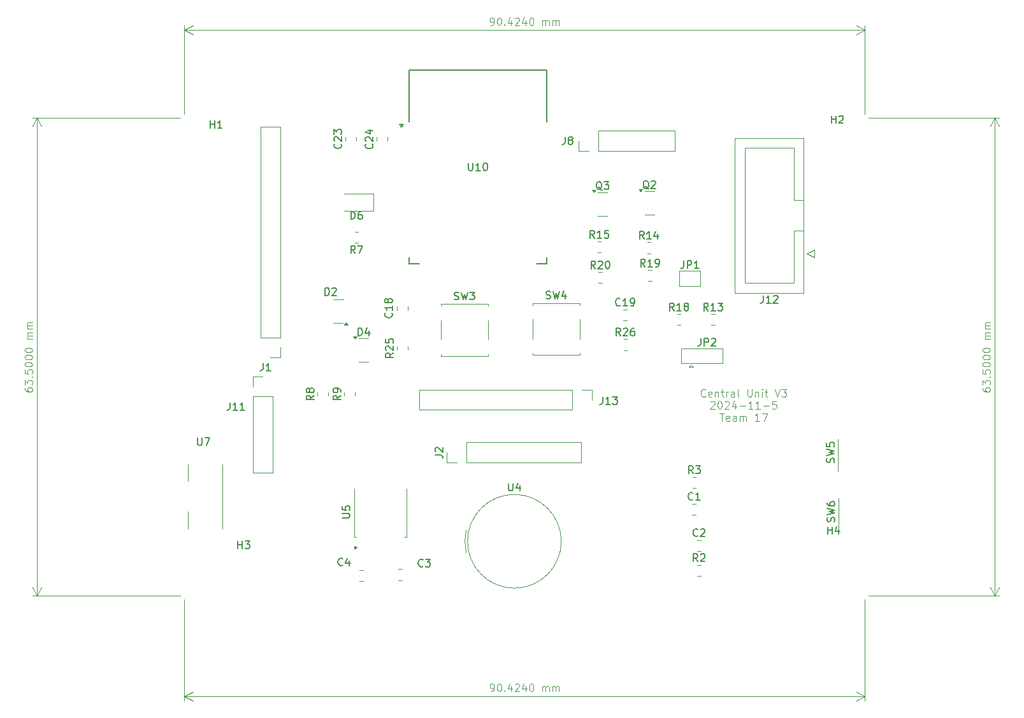
<source format=gbr>
%TF.GenerationSoftware,KiCad,Pcbnew,8.0.6*%
%TF.CreationDate,2024-11-05T15:16:57-06:00*%
%TF.ProjectId,werable_unit (1),77657261-626c-4655-9f75-6e6974202831,rev?*%
%TF.SameCoordinates,Original*%
%TF.FileFunction,Legend,Top*%
%TF.FilePolarity,Positive*%
%FSLAX46Y46*%
G04 Gerber Fmt 4.6, Leading zero omitted, Abs format (unit mm)*
G04 Created by KiCad (PCBNEW 8.0.6) date 2024-11-05 15:16:57*
%MOMM*%
%LPD*%
G01*
G04 APERTURE LIST*
%ADD10C,0.125000*%
%ADD11C,0.100000*%
%ADD12C,0.150000*%
%ADD13C,0.120000*%
%ADD14C,0.152400*%
G04 APERTURE END LIST*
D10*
X154591379Y-73771992D02*
X154543760Y-73819612D01*
X154543760Y-73819612D02*
X154400903Y-73867231D01*
X154400903Y-73867231D02*
X154305665Y-73867231D01*
X154305665Y-73867231D02*
X154162808Y-73819612D01*
X154162808Y-73819612D02*
X154067570Y-73724373D01*
X154067570Y-73724373D02*
X154019951Y-73629135D01*
X154019951Y-73629135D02*
X153972332Y-73438659D01*
X153972332Y-73438659D02*
X153972332Y-73295802D01*
X153972332Y-73295802D02*
X154019951Y-73105326D01*
X154019951Y-73105326D02*
X154067570Y-73010088D01*
X154067570Y-73010088D02*
X154162808Y-72914850D01*
X154162808Y-72914850D02*
X154305665Y-72867231D01*
X154305665Y-72867231D02*
X154400903Y-72867231D01*
X154400903Y-72867231D02*
X154543760Y-72914850D01*
X154543760Y-72914850D02*
X154591379Y-72962469D01*
X155400903Y-73819612D02*
X155305665Y-73867231D01*
X155305665Y-73867231D02*
X155115189Y-73867231D01*
X155115189Y-73867231D02*
X155019951Y-73819612D01*
X155019951Y-73819612D02*
X154972332Y-73724373D01*
X154972332Y-73724373D02*
X154972332Y-73343421D01*
X154972332Y-73343421D02*
X155019951Y-73248183D01*
X155019951Y-73248183D02*
X155115189Y-73200564D01*
X155115189Y-73200564D02*
X155305665Y-73200564D01*
X155305665Y-73200564D02*
X155400903Y-73248183D01*
X155400903Y-73248183D02*
X155448522Y-73343421D01*
X155448522Y-73343421D02*
X155448522Y-73438659D01*
X155448522Y-73438659D02*
X154972332Y-73533897D01*
X155877094Y-73200564D02*
X155877094Y-73867231D01*
X155877094Y-73295802D02*
X155924713Y-73248183D01*
X155924713Y-73248183D02*
X156019951Y-73200564D01*
X156019951Y-73200564D02*
X156162808Y-73200564D01*
X156162808Y-73200564D02*
X156258046Y-73248183D01*
X156258046Y-73248183D02*
X156305665Y-73343421D01*
X156305665Y-73343421D02*
X156305665Y-73867231D01*
X156638999Y-73200564D02*
X157019951Y-73200564D01*
X156781856Y-72867231D02*
X156781856Y-73724373D01*
X156781856Y-73724373D02*
X156829475Y-73819612D01*
X156829475Y-73819612D02*
X156924713Y-73867231D01*
X156924713Y-73867231D02*
X157019951Y-73867231D01*
X157353285Y-73867231D02*
X157353285Y-73200564D01*
X157353285Y-73391040D02*
X157400904Y-73295802D01*
X157400904Y-73295802D02*
X157448523Y-73248183D01*
X157448523Y-73248183D02*
X157543761Y-73200564D01*
X157543761Y-73200564D02*
X157638999Y-73200564D01*
X158400904Y-73867231D02*
X158400904Y-73343421D01*
X158400904Y-73343421D02*
X158353285Y-73248183D01*
X158353285Y-73248183D02*
X158258047Y-73200564D01*
X158258047Y-73200564D02*
X158067571Y-73200564D01*
X158067571Y-73200564D02*
X157972333Y-73248183D01*
X158400904Y-73819612D02*
X158305666Y-73867231D01*
X158305666Y-73867231D02*
X158067571Y-73867231D01*
X158067571Y-73867231D02*
X157972333Y-73819612D01*
X157972333Y-73819612D02*
X157924714Y-73724373D01*
X157924714Y-73724373D02*
X157924714Y-73629135D01*
X157924714Y-73629135D02*
X157972333Y-73533897D01*
X157972333Y-73533897D02*
X158067571Y-73486278D01*
X158067571Y-73486278D02*
X158305666Y-73486278D01*
X158305666Y-73486278D02*
X158400904Y-73438659D01*
X159019952Y-73867231D02*
X158924714Y-73819612D01*
X158924714Y-73819612D02*
X158877095Y-73724373D01*
X158877095Y-73724373D02*
X158877095Y-72867231D01*
X160162810Y-72867231D02*
X160162810Y-73676754D01*
X160162810Y-73676754D02*
X160210429Y-73771992D01*
X160210429Y-73771992D02*
X160258048Y-73819612D01*
X160258048Y-73819612D02*
X160353286Y-73867231D01*
X160353286Y-73867231D02*
X160543762Y-73867231D01*
X160543762Y-73867231D02*
X160639000Y-73819612D01*
X160639000Y-73819612D02*
X160686619Y-73771992D01*
X160686619Y-73771992D02*
X160734238Y-73676754D01*
X160734238Y-73676754D02*
X160734238Y-72867231D01*
X161210429Y-73200564D02*
X161210429Y-73867231D01*
X161210429Y-73295802D02*
X161258048Y-73248183D01*
X161258048Y-73248183D02*
X161353286Y-73200564D01*
X161353286Y-73200564D02*
X161496143Y-73200564D01*
X161496143Y-73200564D02*
X161591381Y-73248183D01*
X161591381Y-73248183D02*
X161639000Y-73343421D01*
X161639000Y-73343421D02*
X161639000Y-73867231D01*
X162115191Y-73867231D02*
X162115191Y-73200564D01*
X162115191Y-72867231D02*
X162067572Y-72914850D01*
X162067572Y-72914850D02*
X162115191Y-72962469D01*
X162115191Y-72962469D02*
X162162810Y-72914850D01*
X162162810Y-72914850D02*
X162115191Y-72867231D01*
X162115191Y-72867231D02*
X162115191Y-72962469D01*
X162448524Y-73200564D02*
X162829476Y-73200564D01*
X162591381Y-72867231D02*
X162591381Y-73724373D01*
X162591381Y-73724373D02*
X162639000Y-73819612D01*
X162639000Y-73819612D02*
X162734238Y-73867231D01*
X162734238Y-73867231D02*
X162829476Y-73867231D01*
X163781858Y-72867231D02*
X164115191Y-73867231D01*
X164115191Y-73867231D02*
X164448524Y-72867231D01*
X164686620Y-72867231D02*
X165305667Y-72867231D01*
X165305667Y-72867231D02*
X164972334Y-73248183D01*
X164972334Y-73248183D02*
X165115191Y-73248183D01*
X165115191Y-73248183D02*
X165210429Y-73295802D01*
X165210429Y-73295802D02*
X165258048Y-73343421D01*
X165258048Y-73343421D02*
X165305667Y-73438659D01*
X165305667Y-73438659D02*
X165305667Y-73676754D01*
X165305667Y-73676754D02*
X165258048Y-73771992D01*
X165258048Y-73771992D02*
X165210429Y-73819612D01*
X165210429Y-73819612D02*
X165115191Y-73867231D01*
X165115191Y-73867231D02*
X164829477Y-73867231D01*
X164829477Y-73867231D02*
X164734239Y-73819612D01*
X164734239Y-73819612D02*
X164686620Y-73771992D01*
X155258048Y-74572413D02*
X155305667Y-74524794D01*
X155305667Y-74524794D02*
X155400905Y-74477175D01*
X155400905Y-74477175D02*
X155639000Y-74477175D01*
X155639000Y-74477175D02*
X155734238Y-74524794D01*
X155734238Y-74524794D02*
X155781857Y-74572413D01*
X155781857Y-74572413D02*
X155829476Y-74667651D01*
X155829476Y-74667651D02*
X155829476Y-74762889D01*
X155829476Y-74762889D02*
X155781857Y-74905746D01*
X155781857Y-74905746D02*
X155210429Y-75477175D01*
X155210429Y-75477175D02*
X155829476Y-75477175D01*
X156448524Y-74477175D02*
X156543762Y-74477175D01*
X156543762Y-74477175D02*
X156639000Y-74524794D01*
X156639000Y-74524794D02*
X156686619Y-74572413D01*
X156686619Y-74572413D02*
X156734238Y-74667651D01*
X156734238Y-74667651D02*
X156781857Y-74858127D01*
X156781857Y-74858127D02*
X156781857Y-75096222D01*
X156781857Y-75096222D02*
X156734238Y-75286698D01*
X156734238Y-75286698D02*
X156686619Y-75381936D01*
X156686619Y-75381936D02*
X156639000Y-75429556D01*
X156639000Y-75429556D02*
X156543762Y-75477175D01*
X156543762Y-75477175D02*
X156448524Y-75477175D01*
X156448524Y-75477175D02*
X156353286Y-75429556D01*
X156353286Y-75429556D02*
X156305667Y-75381936D01*
X156305667Y-75381936D02*
X156258048Y-75286698D01*
X156258048Y-75286698D02*
X156210429Y-75096222D01*
X156210429Y-75096222D02*
X156210429Y-74858127D01*
X156210429Y-74858127D02*
X156258048Y-74667651D01*
X156258048Y-74667651D02*
X156305667Y-74572413D01*
X156305667Y-74572413D02*
X156353286Y-74524794D01*
X156353286Y-74524794D02*
X156448524Y-74477175D01*
X157162810Y-74572413D02*
X157210429Y-74524794D01*
X157210429Y-74524794D02*
X157305667Y-74477175D01*
X157305667Y-74477175D02*
X157543762Y-74477175D01*
X157543762Y-74477175D02*
X157639000Y-74524794D01*
X157639000Y-74524794D02*
X157686619Y-74572413D01*
X157686619Y-74572413D02*
X157734238Y-74667651D01*
X157734238Y-74667651D02*
X157734238Y-74762889D01*
X157734238Y-74762889D02*
X157686619Y-74905746D01*
X157686619Y-74905746D02*
X157115191Y-75477175D01*
X157115191Y-75477175D02*
X157734238Y-75477175D01*
X158591381Y-74810508D02*
X158591381Y-75477175D01*
X158353286Y-74429556D02*
X158115191Y-75143841D01*
X158115191Y-75143841D02*
X158734238Y-75143841D01*
X159115191Y-75096222D02*
X159877096Y-75096222D01*
X160877095Y-75477175D02*
X160305667Y-75477175D01*
X160591381Y-75477175D02*
X160591381Y-74477175D01*
X160591381Y-74477175D02*
X160496143Y-74620032D01*
X160496143Y-74620032D02*
X160400905Y-74715270D01*
X160400905Y-74715270D02*
X160305667Y-74762889D01*
X161829476Y-75477175D02*
X161258048Y-75477175D01*
X161543762Y-75477175D02*
X161543762Y-74477175D01*
X161543762Y-74477175D02*
X161448524Y-74620032D01*
X161448524Y-74620032D02*
X161353286Y-74715270D01*
X161353286Y-74715270D02*
X161258048Y-74762889D01*
X162258048Y-75096222D02*
X163019953Y-75096222D01*
X163972333Y-74477175D02*
X163496143Y-74477175D01*
X163496143Y-74477175D02*
X163448524Y-74953365D01*
X163448524Y-74953365D02*
X163496143Y-74905746D01*
X163496143Y-74905746D02*
X163591381Y-74858127D01*
X163591381Y-74858127D02*
X163829476Y-74858127D01*
X163829476Y-74858127D02*
X163924714Y-74905746D01*
X163924714Y-74905746D02*
X163972333Y-74953365D01*
X163972333Y-74953365D02*
X164019952Y-75048603D01*
X164019952Y-75048603D02*
X164019952Y-75286698D01*
X164019952Y-75286698D02*
X163972333Y-75381936D01*
X163972333Y-75381936D02*
X163924714Y-75429556D01*
X163924714Y-75429556D02*
X163829476Y-75477175D01*
X163829476Y-75477175D02*
X163591381Y-75477175D01*
X163591381Y-75477175D02*
X163496143Y-75429556D01*
X163496143Y-75429556D02*
X163448524Y-75381936D01*
X156472333Y-76087119D02*
X157043761Y-76087119D01*
X156758047Y-77087119D02*
X156758047Y-76087119D01*
X157758047Y-77039500D02*
X157662809Y-77087119D01*
X157662809Y-77087119D02*
X157472333Y-77087119D01*
X157472333Y-77087119D02*
X157377095Y-77039500D01*
X157377095Y-77039500D02*
X157329476Y-76944261D01*
X157329476Y-76944261D02*
X157329476Y-76563309D01*
X157329476Y-76563309D02*
X157377095Y-76468071D01*
X157377095Y-76468071D02*
X157472333Y-76420452D01*
X157472333Y-76420452D02*
X157662809Y-76420452D01*
X157662809Y-76420452D02*
X157758047Y-76468071D01*
X157758047Y-76468071D02*
X157805666Y-76563309D01*
X157805666Y-76563309D02*
X157805666Y-76658547D01*
X157805666Y-76658547D02*
X157329476Y-76753785D01*
X158662809Y-77087119D02*
X158662809Y-76563309D01*
X158662809Y-76563309D02*
X158615190Y-76468071D01*
X158615190Y-76468071D02*
X158519952Y-76420452D01*
X158519952Y-76420452D02*
X158329476Y-76420452D01*
X158329476Y-76420452D02*
X158234238Y-76468071D01*
X158662809Y-77039500D02*
X158567571Y-77087119D01*
X158567571Y-77087119D02*
X158329476Y-77087119D01*
X158329476Y-77087119D02*
X158234238Y-77039500D01*
X158234238Y-77039500D02*
X158186619Y-76944261D01*
X158186619Y-76944261D02*
X158186619Y-76849023D01*
X158186619Y-76849023D02*
X158234238Y-76753785D01*
X158234238Y-76753785D02*
X158329476Y-76706166D01*
X158329476Y-76706166D02*
X158567571Y-76706166D01*
X158567571Y-76706166D02*
X158662809Y-76658547D01*
X159139000Y-77087119D02*
X159139000Y-76420452D01*
X159139000Y-76515690D02*
X159186619Y-76468071D01*
X159186619Y-76468071D02*
X159281857Y-76420452D01*
X159281857Y-76420452D02*
X159424714Y-76420452D01*
X159424714Y-76420452D02*
X159519952Y-76468071D01*
X159519952Y-76468071D02*
X159567571Y-76563309D01*
X159567571Y-76563309D02*
X159567571Y-77087119D01*
X159567571Y-76563309D02*
X159615190Y-76468071D01*
X159615190Y-76468071D02*
X159710428Y-76420452D01*
X159710428Y-76420452D02*
X159853285Y-76420452D01*
X159853285Y-76420452D02*
X159948524Y-76468071D01*
X159948524Y-76468071D02*
X159996143Y-76563309D01*
X159996143Y-76563309D02*
X159996143Y-77087119D01*
X161758047Y-77087119D02*
X161186619Y-77087119D01*
X161472333Y-77087119D02*
X161472333Y-76087119D01*
X161472333Y-76087119D02*
X161377095Y-76229976D01*
X161377095Y-76229976D02*
X161281857Y-76325214D01*
X161281857Y-76325214D02*
X161186619Y-76372833D01*
X162091381Y-76087119D02*
X162758047Y-76087119D01*
X162758047Y-76087119D02*
X162329476Y-77087119D01*
D11*
X126032191Y-113022419D02*
X126222667Y-113022419D01*
X126222667Y-113022419D02*
X126317905Y-112974800D01*
X126317905Y-112974800D02*
X126365524Y-112927180D01*
X126365524Y-112927180D02*
X126460762Y-112784323D01*
X126460762Y-112784323D02*
X126508381Y-112593847D01*
X126508381Y-112593847D02*
X126508381Y-112212895D01*
X126508381Y-112212895D02*
X126460762Y-112117657D01*
X126460762Y-112117657D02*
X126413143Y-112070038D01*
X126413143Y-112070038D02*
X126317905Y-112022419D01*
X126317905Y-112022419D02*
X126127429Y-112022419D01*
X126127429Y-112022419D02*
X126032191Y-112070038D01*
X126032191Y-112070038D02*
X125984572Y-112117657D01*
X125984572Y-112117657D02*
X125936953Y-112212895D01*
X125936953Y-112212895D02*
X125936953Y-112450990D01*
X125936953Y-112450990D02*
X125984572Y-112546228D01*
X125984572Y-112546228D02*
X126032191Y-112593847D01*
X126032191Y-112593847D02*
X126127429Y-112641466D01*
X126127429Y-112641466D02*
X126317905Y-112641466D01*
X126317905Y-112641466D02*
X126413143Y-112593847D01*
X126413143Y-112593847D02*
X126460762Y-112546228D01*
X126460762Y-112546228D02*
X126508381Y-112450990D01*
X127127429Y-112022419D02*
X127222667Y-112022419D01*
X127222667Y-112022419D02*
X127317905Y-112070038D01*
X127317905Y-112070038D02*
X127365524Y-112117657D01*
X127365524Y-112117657D02*
X127413143Y-112212895D01*
X127413143Y-112212895D02*
X127460762Y-112403371D01*
X127460762Y-112403371D02*
X127460762Y-112641466D01*
X127460762Y-112641466D02*
X127413143Y-112831942D01*
X127413143Y-112831942D02*
X127365524Y-112927180D01*
X127365524Y-112927180D02*
X127317905Y-112974800D01*
X127317905Y-112974800D02*
X127222667Y-113022419D01*
X127222667Y-113022419D02*
X127127429Y-113022419D01*
X127127429Y-113022419D02*
X127032191Y-112974800D01*
X127032191Y-112974800D02*
X126984572Y-112927180D01*
X126984572Y-112927180D02*
X126936953Y-112831942D01*
X126936953Y-112831942D02*
X126889334Y-112641466D01*
X126889334Y-112641466D02*
X126889334Y-112403371D01*
X126889334Y-112403371D02*
X126936953Y-112212895D01*
X126936953Y-112212895D02*
X126984572Y-112117657D01*
X126984572Y-112117657D02*
X127032191Y-112070038D01*
X127032191Y-112070038D02*
X127127429Y-112022419D01*
X127889334Y-112927180D02*
X127936953Y-112974800D01*
X127936953Y-112974800D02*
X127889334Y-113022419D01*
X127889334Y-113022419D02*
X127841715Y-112974800D01*
X127841715Y-112974800D02*
X127889334Y-112927180D01*
X127889334Y-112927180D02*
X127889334Y-113022419D01*
X128794095Y-112355752D02*
X128794095Y-113022419D01*
X128556000Y-111974800D02*
X128317905Y-112689085D01*
X128317905Y-112689085D02*
X128936952Y-112689085D01*
X129270286Y-112117657D02*
X129317905Y-112070038D01*
X129317905Y-112070038D02*
X129413143Y-112022419D01*
X129413143Y-112022419D02*
X129651238Y-112022419D01*
X129651238Y-112022419D02*
X129746476Y-112070038D01*
X129746476Y-112070038D02*
X129794095Y-112117657D01*
X129794095Y-112117657D02*
X129841714Y-112212895D01*
X129841714Y-112212895D02*
X129841714Y-112308133D01*
X129841714Y-112308133D02*
X129794095Y-112450990D01*
X129794095Y-112450990D02*
X129222667Y-113022419D01*
X129222667Y-113022419D02*
X129841714Y-113022419D01*
X130698857Y-112355752D02*
X130698857Y-113022419D01*
X130460762Y-111974800D02*
X130222667Y-112689085D01*
X130222667Y-112689085D02*
X130841714Y-112689085D01*
X131413143Y-112022419D02*
X131508381Y-112022419D01*
X131508381Y-112022419D02*
X131603619Y-112070038D01*
X131603619Y-112070038D02*
X131651238Y-112117657D01*
X131651238Y-112117657D02*
X131698857Y-112212895D01*
X131698857Y-112212895D02*
X131746476Y-112403371D01*
X131746476Y-112403371D02*
X131746476Y-112641466D01*
X131746476Y-112641466D02*
X131698857Y-112831942D01*
X131698857Y-112831942D02*
X131651238Y-112927180D01*
X131651238Y-112927180D02*
X131603619Y-112974800D01*
X131603619Y-112974800D02*
X131508381Y-113022419D01*
X131508381Y-113022419D02*
X131413143Y-113022419D01*
X131413143Y-113022419D02*
X131317905Y-112974800D01*
X131317905Y-112974800D02*
X131270286Y-112927180D01*
X131270286Y-112927180D02*
X131222667Y-112831942D01*
X131222667Y-112831942D02*
X131175048Y-112641466D01*
X131175048Y-112641466D02*
X131175048Y-112403371D01*
X131175048Y-112403371D02*
X131222667Y-112212895D01*
X131222667Y-112212895D02*
X131270286Y-112117657D01*
X131270286Y-112117657D02*
X131317905Y-112070038D01*
X131317905Y-112070038D02*
X131413143Y-112022419D01*
X132936953Y-113022419D02*
X132936953Y-112355752D01*
X132936953Y-112450990D02*
X132984572Y-112403371D01*
X132984572Y-112403371D02*
X133079810Y-112355752D01*
X133079810Y-112355752D02*
X133222667Y-112355752D01*
X133222667Y-112355752D02*
X133317905Y-112403371D01*
X133317905Y-112403371D02*
X133365524Y-112498609D01*
X133365524Y-112498609D02*
X133365524Y-113022419D01*
X133365524Y-112498609D02*
X133413143Y-112403371D01*
X133413143Y-112403371D02*
X133508381Y-112355752D01*
X133508381Y-112355752D02*
X133651238Y-112355752D01*
X133651238Y-112355752D02*
X133746477Y-112403371D01*
X133746477Y-112403371D02*
X133794096Y-112498609D01*
X133794096Y-112498609D02*
X133794096Y-113022419D01*
X134270286Y-113022419D02*
X134270286Y-112355752D01*
X134270286Y-112450990D02*
X134317905Y-112403371D01*
X134317905Y-112403371D02*
X134413143Y-112355752D01*
X134413143Y-112355752D02*
X134556000Y-112355752D01*
X134556000Y-112355752D02*
X134651238Y-112403371D01*
X134651238Y-112403371D02*
X134698857Y-112498609D01*
X134698857Y-112498609D02*
X134698857Y-113022419D01*
X134698857Y-112498609D02*
X134746476Y-112403371D01*
X134746476Y-112403371D02*
X134841714Y-112355752D01*
X134841714Y-112355752D02*
X134984571Y-112355752D01*
X134984571Y-112355752D02*
X135079810Y-112403371D01*
X135079810Y-112403371D02*
X135127429Y-112498609D01*
X135127429Y-112498609D02*
X135127429Y-113022419D01*
X85344000Y-100830000D02*
X85344000Y-114251420D01*
X175768000Y-100830000D02*
X175768000Y-114251420D01*
X85344000Y-113665000D02*
X175768000Y-113665000D01*
X85344000Y-113665000D02*
X175768000Y-113665000D01*
X85344000Y-113665000D02*
X86470504Y-113078579D01*
X85344000Y-113665000D02*
X86470504Y-114251421D01*
X175768000Y-113665000D02*
X174641496Y-114251421D01*
X175768000Y-113665000D02*
X174641496Y-113078579D01*
X126032191Y-24503419D02*
X126222667Y-24503419D01*
X126222667Y-24503419D02*
X126317905Y-24455800D01*
X126317905Y-24455800D02*
X126365524Y-24408180D01*
X126365524Y-24408180D02*
X126460762Y-24265323D01*
X126460762Y-24265323D02*
X126508381Y-24074847D01*
X126508381Y-24074847D02*
X126508381Y-23693895D01*
X126508381Y-23693895D02*
X126460762Y-23598657D01*
X126460762Y-23598657D02*
X126413143Y-23551038D01*
X126413143Y-23551038D02*
X126317905Y-23503419D01*
X126317905Y-23503419D02*
X126127429Y-23503419D01*
X126127429Y-23503419D02*
X126032191Y-23551038D01*
X126032191Y-23551038D02*
X125984572Y-23598657D01*
X125984572Y-23598657D02*
X125936953Y-23693895D01*
X125936953Y-23693895D02*
X125936953Y-23931990D01*
X125936953Y-23931990D02*
X125984572Y-24027228D01*
X125984572Y-24027228D02*
X126032191Y-24074847D01*
X126032191Y-24074847D02*
X126127429Y-24122466D01*
X126127429Y-24122466D02*
X126317905Y-24122466D01*
X126317905Y-24122466D02*
X126413143Y-24074847D01*
X126413143Y-24074847D02*
X126460762Y-24027228D01*
X126460762Y-24027228D02*
X126508381Y-23931990D01*
X127127429Y-23503419D02*
X127222667Y-23503419D01*
X127222667Y-23503419D02*
X127317905Y-23551038D01*
X127317905Y-23551038D02*
X127365524Y-23598657D01*
X127365524Y-23598657D02*
X127413143Y-23693895D01*
X127413143Y-23693895D02*
X127460762Y-23884371D01*
X127460762Y-23884371D02*
X127460762Y-24122466D01*
X127460762Y-24122466D02*
X127413143Y-24312942D01*
X127413143Y-24312942D02*
X127365524Y-24408180D01*
X127365524Y-24408180D02*
X127317905Y-24455800D01*
X127317905Y-24455800D02*
X127222667Y-24503419D01*
X127222667Y-24503419D02*
X127127429Y-24503419D01*
X127127429Y-24503419D02*
X127032191Y-24455800D01*
X127032191Y-24455800D02*
X126984572Y-24408180D01*
X126984572Y-24408180D02*
X126936953Y-24312942D01*
X126936953Y-24312942D02*
X126889334Y-24122466D01*
X126889334Y-24122466D02*
X126889334Y-23884371D01*
X126889334Y-23884371D02*
X126936953Y-23693895D01*
X126936953Y-23693895D02*
X126984572Y-23598657D01*
X126984572Y-23598657D02*
X127032191Y-23551038D01*
X127032191Y-23551038D02*
X127127429Y-23503419D01*
X127889334Y-24408180D02*
X127936953Y-24455800D01*
X127936953Y-24455800D02*
X127889334Y-24503419D01*
X127889334Y-24503419D02*
X127841715Y-24455800D01*
X127841715Y-24455800D02*
X127889334Y-24408180D01*
X127889334Y-24408180D02*
X127889334Y-24503419D01*
X128794095Y-23836752D02*
X128794095Y-24503419D01*
X128556000Y-23455800D02*
X128317905Y-24170085D01*
X128317905Y-24170085D02*
X128936952Y-24170085D01*
X129270286Y-23598657D02*
X129317905Y-23551038D01*
X129317905Y-23551038D02*
X129413143Y-23503419D01*
X129413143Y-23503419D02*
X129651238Y-23503419D01*
X129651238Y-23503419D02*
X129746476Y-23551038D01*
X129746476Y-23551038D02*
X129794095Y-23598657D01*
X129794095Y-23598657D02*
X129841714Y-23693895D01*
X129841714Y-23693895D02*
X129841714Y-23789133D01*
X129841714Y-23789133D02*
X129794095Y-23931990D01*
X129794095Y-23931990D02*
X129222667Y-24503419D01*
X129222667Y-24503419D02*
X129841714Y-24503419D01*
X130698857Y-23836752D02*
X130698857Y-24503419D01*
X130460762Y-23455800D02*
X130222667Y-24170085D01*
X130222667Y-24170085D02*
X130841714Y-24170085D01*
X131413143Y-23503419D02*
X131508381Y-23503419D01*
X131508381Y-23503419D02*
X131603619Y-23551038D01*
X131603619Y-23551038D02*
X131651238Y-23598657D01*
X131651238Y-23598657D02*
X131698857Y-23693895D01*
X131698857Y-23693895D02*
X131746476Y-23884371D01*
X131746476Y-23884371D02*
X131746476Y-24122466D01*
X131746476Y-24122466D02*
X131698857Y-24312942D01*
X131698857Y-24312942D02*
X131651238Y-24408180D01*
X131651238Y-24408180D02*
X131603619Y-24455800D01*
X131603619Y-24455800D02*
X131508381Y-24503419D01*
X131508381Y-24503419D02*
X131413143Y-24503419D01*
X131413143Y-24503419D02*
X131317905Y-24455800D01*
X131317905Y-24455800D02*
X131270286Y-24408180D01*
X131270286Y-24408180D02*
X131222667Y-24312942D01*
X131222667Y-24312942D02*
X131175048Y-24122466D01*
X131175048Y-24122466D02*
X131175048Y-23884371D01*
X131175048Y-23884371D02*
X131222667Y-23693895D01*
X131222667Y-23693895D02*
X131270286Y-23598657D01*
X131270286Y-23598657D02*
X131317905Y-23551038D01*
X131317905Y-23551038D02*
X131413143Y-23503419D01*
X132936953Y-24503419D02*
X132936953Y-23836752D01*
X132936953Y-23931990D02*
X132984572Y-23884371D01*
X132984572Y-23884371D02*
X133079810Y-23836752D01*
X133079810Y-23836752D02*
X133222667Y-23836752D01*
X133222667Y-23836752D02*
X133317905Y-23884371D01*
X133317905Y-23884371D02*
X133365524Y-23979609D01*
X133365524Y-23979609D02*
X133365524Y-24503419D01*
X133365524Y-23979609D02*
X133413143Y-23884371D01*
X133413143Y-23884371D02*
X133508381Y-23836752D01*
X133508381Y-23836752D02*
X133651238Y-23836752D01*
X133651238Y-23836752D02*
X133746477Y-23884371D01*
X133746477Y-23884371D02*
X133794096Y-23979609D01*
X133794096Y-23979609D02*
X133794096Y-24503419D01*
X134270286Y-24503419D02*
X134270286Y-23836752D01*
X134270286Y-23931990D02*
X134317905Y-23884371D01*
X134317905Y-23884371D02*
X134413143Y-23836752D01*
X134413143Y-23836752D02*
X134556000Y-23836752D01*
X134556000Y-23836752D02*
X134651238Y-23884371D01*
X134651238Y-23884371D02*
X134698857Y-23979609D01*
X134698857Y-23979609D02*
X134698857Y-24503419D01*
X134698857Y-23979609D02*
X134746476Y-23884371D01*
X134746476Y-23884371D02*
X134841714Y-23836752D01*
X134841714Y-23836752D02*
X134984571Y-23836752D01*
X134984571Y-23836752D02*
X135079810Y-23884371D01*
X135079810Y-23884371D02*
X135127429Y-23979609D01*
X135127429Y-23979609D02*
X135127429Y-24503419D01*
X85344000Y-36330000D02*
X85344000Y-24559580D01*
X175768000Y-36330000D02*
X175768000Y-24559580D01*
X85344000Y-25146000D02*
X175768000Y-25146000D01*
X85344000Y-25146000D02*
X175768000Y-25146000D01*
X85344000Y-25146000D02*
X86470504Y-24559579D01*
X85344000Y-25146000D02*
X86470504Y-25732421D01*
X175768000Y-25146000D02*
X174641496Y-25732421D01*
X175768000Y-25146000D02*
X174641496Y-24559579D01*
X191397419Y-72722856D02*
X191397419Y-72913332D01*
X191397419Y-72913332D02*
X191445038Y-73008570D01*
X191445038Y-73008570D02*
X191492657Y-73056189D01*
X191492657Y-73056189D02*
X191635514Y-73151427D01*
X191635514Y-73151427D02*
X191825990Y-73199046D01*
X191825990Y-73199046D02*
X192206942Y-73199046D01*
X192206942Y-73199046D02*
X192302180Y-73151427D01*
X192302180Y-73151427D02*
X192349800Y-73103808D01*
X192349800Y-73103808D02*
X192397419Y-73008570D01*
X192397419Y-73008570D02*
X192397419Y-72818094D01*
X192397419Y-72818094D02*
X192349800Y-72722856D01*
X192349800Y-72722856D02*
X192302180Y-72675237D01*
X192302180Y-72675237D02*
X192206942Y-72627618D01*
X192206942Y-72627618D02*
X191968847Y-72627618D01*
X191968847Y-72627618D02*
X191873609Y-72675237D01*
X191873609Y-72675237D02*
X191825990Y-72722856D01*
X191825990Y-72722856D02*
X191778371Y-72818094D01*
X191778371Y-72818094D02*
X191778371Y-73008570D01*
X191778371Y-73008570D02*
X191825990Y-73103808D01*
X191825990Y-73103808D02*
X191873609Y-73151427D01*
X191873609Y-73151427D02*
X191968847Y-73199046D01*
X191397419Y-72294284D02*
X191397419Y-71675237D01*
X191397419Y-71675237D02*
X191778371Y-72008570D01*
X191778371Y-72008570D02*
X191778371Y-71865713D01*
X191778371Y-71865713D02*
X191825990Y-71770475D01*
X191825990Y-71770475D02*
X191873609Y-71722856D01*
X191873609Y-71722856D02*
X191968847Y-71675237D01*
X191968847Y-71675237D02*
X192206942Y-71675237D01*
X192206942Y-71675237D02*
X192302180Y-71722856D01*
X192302180Y-71722856D02*
X192349800Y-71770475D01*
X192349800Y-71770475D02*
X192397419Y-71865713D01*
X192397419Y-71865713D02*
X192397419Y-72151427D01*
X192397419Y-72151427D02*
X192349800Y-72246665D01*
X192349800Y-72246665D02*
X192302180Y-72294284D01*
X192302180Y-71246665D02*
X192349800Y-71199046D01*
X192349800Y-71199046D02*
X192397419Y-71246665D01*
X192397419Y-71246665D02*
X192349800Y-71294284D01*
X192349800Y-71294284D02*
X192302180Y-71246665D01*
X192302180Y-71246665D02*
X192397419Y-71246665D01*
X191397419Y-70294285D02*
X191397419Y-70770475D01*
X191397419Y-70770475D02*
X191873609Y-70818094D01*
X191873609Y-70818094D02*
X191825990Y-70770475D01*
X191825990Y-70770475D02*
X191778371Y-70675237D01*
X191778371Y-70675237D02*
X191778371Y-70437142D01*
X191778371Y-70437142D02*
X191825990Y-70341904D01*
X191825990Y-70341904D02*
X191873609Y-70294285D01*
X191873609Y-70294285D02*
X191968847Y-70246666D01*
X191968847Y-70246666D02*
X192206942Y-70246666D01*
X192206942Y-70246666D02*
X192302180Y-70294285D01*
X192302180Y-70294285D02*
X192349800Y-70341904D01*
X192349800Y-70341904D02*
X192397419Y-70437142D01*
X192397419Y-70437142D02*
X192397419Y-70675237D01*
X192397419Y-70675237D02*
X192349800Y-70770475D01*
X192349800Y-70770475D02*
X192302180Y-70818094D01*
X191397419Y-69627618D02*
X191397419Y-69532380D01*
X191397419Y-69532380D02*
X191445038Y-69437142D01*
X191445038Y-69437142D02*
X191492657Y-69389523D01*
X191492657Y-69389523D02*
X191587895Y-69341904D01*
X191587895Y-69341904D02*
X191778371Y-69294285D01*
X191778371Y-69294285D02*
X192016466Y-69294285D01*
X192016466Y-69294285D02*
X192206942Y-69341904D01*
X192206942Y-69341904D02*
X192302180Y-69389523D01*
X192302180Y-69389523D02*
X192349800Y-69437142D01*
X192349800Y-69437142D02*
X192397419Y-69532380D01*
X192397419Y-69532380D02*
X192397419Y-69627618D01*
X192397419Y-69627618D02*
X192349800Y-69722856D01*
X192349800Y-69722856D02*
X192302180Y-69770475D01*
X192302180Y-69770475D02*
X192206942Y-69818094D01*
X192206942Y-69818094D02*
X192016466Y-69865713D01*
X192016466Y-69865713D02*
X191778371Y-69865713D01*
X191778371Y-69865713D02*
X191587895Y-69818094D01*
X191587895Y-69818094D02*
X191492657Y-69770475D01*
X191492657Y-69770475D02*
X191445038Y-69722856D01*
X191445038Y-69722856D02*
X191397419Y-69627618D01*
X191397419Y-68675237D02*
X191397419Y-68579999D01*
X191397419Y-68579999D02*
X191445038Y-68484761D01*
X191445038Y-68484761D02*
X191492657Y-68437142D01*
X191492657Y-68437142D02*
X191587895Y-68389523D01*
X191587895Y-68389523D02*
X191778371Y-68341904D01*
X191778371Y-68341904D02*
X192016466Y-68341904D01*
X192016466Y-68341904D02*
X192206942Y-68389523D01*
X192206942Y-68389523D02*
X192302180Y-68437142D01*
X192302180Y-68437142D02*
X192349800Y-68484761D01*
X192349800Y-68484761D02*
X192397419Y-68579999D01*
X192397419Y-68579999D02*
X192397419Y-68675237D01*
X192397419Y-68675237D02*
X192349800Y-68770475D01*
X192349800Y-68770475D02*
X192302180Y-68818094D01*
X192302180Y-68818094D02*
X192206942Y-68865713D01*
X192206942Y-68865713D02*
X192016466Y-68913332D01*
X192016466Y-68913332D02*
X191778371Y-68913332D01*
X191778371Y-68913332D02*
X191587895Y-68865713D01*
X191587895Y-68865713D02*
X191492657Y-68818094D01*
X191492657Y-68818094D02*
X191445038Y-68770475D01*
X191445038Y-68770475D02*
X191397419Y-68675237D01*
X191397419Y-67722856D02*
X191397419Y-67627618D01*
X191397419Y-67627618D02*
X191445038Y-67532380D01*
X191445038Y-67532380D02*
X191492657Y-67484761D01*
X191492657Y-67484761D02*
X191587895Y-67437142D01*
X191587895Y-67437142D02*
X191778371Y-67389523D01*
X191778371Y-67389523D02*
X192016466Y-67389523D01*
X192016466Y-67389523D02*
X192206942Y-67437142D01*
X192206942Y-67437142D02*
X192302180Y-67484761D01*
X192302180Y-67484761D02*
X192349800Y-67532380D01*
X192349800Y-67532380D02*
X192397419Y-67627618D01*
X192397419Y-67627618D02*
X192397419Y-67722856D01*
X192397419Y-67722856D02*
X192349800Y-67818094D01*
X192349800Y-67818094D02*
X192302180Y-67865713D01*
X192302180Y-67865713D02*
X192206942Y-67913332D01*
X192206942Y-67913332D02*
X192016466Y-67960951D01*
X192016466Y-67960951D02*
X191778371Y-67960951D01*
X191778371Y-67960951D02*
X191587895Y-67913332D01*
X191587895Y-67913332D02*
X191492657Y-67865713D01*
X191492657Y-67865713D02*
X191445038Y-67818094D01*
X191445038Y-67818094D02*
X191397419Y-67722856D01*
X192397419Y-66199046D02*
X191730752Y-66199046D01*
X191825990Y-66199046D02*
X191778371Y-66151427D01*
X191778371Y-66151427D02*
X191730752Y-66056189D01*
X191730752Y-66056189D02*
X191730752Y-65913332D01*
X191730752Y-65913332D02*
X191778371Y-65818094D01*
X191778371Y-65818094D02*
X191873609Y-65770475D01*
X191873609Y-65770475D02*
X192397419Y-65770475D01*
X191873609Y-65770475D02*
X191778371Y-65722856D01*
X191778371Y-65722856D02*
X191730752Y-65627618D01*
X191730752Y-65627618D02*
X191730752Y-65484761D01*
X191730752Y-65484761D02*
X191778371Y-65389522D01*
X191778371Y-65389522D02*
X191873609Y-65341903D01*
X191873609Y-65341903D02*
X192397419Y-65341903D01*
X192397419Y-64865713D02*
X191730752Y-64865713D01*
X191825990Y-64865713D02*
X191778371Y-64818094D01*
X191778371Y-64818094D02*
X191730752Y-64722856D01*
X191730752Y-64722856D02*
X191730752Y-64579999D01*
X191730752Y-64579999D02*
X191778371Y-64484761D01*
X191778371Y-64484761D02*
X191873609Y-64437142D01*
X191873609Y-64437142D02*
X192397419Y-64437142D01*
X191873609Y-64437142D02*
X191778371Y-64389523D01*
X191778371Y-64389523D02*
X191730752Y-64294285D01*
X191730752Y-64294285D02*
X191730752Y-64151428D01*
X191730752Y-64151428D02*
X191778371Y-64056189D01*
X191778371Y-64056189D02*
X191873609Y-64008570D01*
X191873609Y-64008570D02*
X192397419Y-64008570D01*
X176268000Y-36830000D02*
X193626420Y-36830000D01*
X176268000Y-100330000D02*
X193626420Y-100330000D01*
X193040000Y-36830000D02*
X193040000Y-100330000D01*
X193040000Y-36830000D02*
X193040000Y-100330000D01*
X193040000Y-36830000D02*
X193626421Y-37956504D01*
X193040000Y-36830000D02*
X192453579Y-37956504D01*
X193040000Y-100330000D02*
X192453579Y-99203496D01*
X193040000Y-100330000D02*
X193626421Y-99203496D01*
X64143419Y-72722856D02*
X64143419Y-72913332D01*
X64143419Y-72913332D02*
X64191038Y-73008570D01*
X64191038Y-73008570D02*
X64238657Y-73056189D01*
X64238657Y-73056189D02*
X64381514Y-73151427D01*
X64381514Y-73151427D02*
X64571990Y-73199046D01*
X64571990Y-73199046D02*
X64952942Y-73199046D01*
X64952942Y-73199046D02*
X65048180Y-73151427D01*
X65048180Y-73151427D02*
X65095800Y-73103808D01*
X65095800Y-73103808D02*
X65143419Y-73008570D01*
X65143419Y-73008570D02*
X65143419Y-72818094D01*
X65143419Y-72818094D02*
X65095800Y-72722856D01*
X65095800Y-72722856D02*
X65048180Y-72675237D01*
X65048180Y-72675237D02*
X64952942Y-72627618D01*
X64952942Y-72627618D02*
X64714847Y-72627618D01*
X64714847Y-72627618D02*
X64619609Y-72675237D01*
X64619609Y-72675237D02*
X64571990Y-72722856D01*
X64571990Y-72722856D02*
X64524371Y-72818094D01*
X64524371Y-72818094D02*
X64524371Y-73008570D01*
X64524371Y-73008570D02*
X64571990Y-73103808D01*
X64571990Y-73103808D02*
X64619609Y-73151427D01*
X64619609Y-73151427D02*
X64714847Y-73199046D01*
X64143419Y-72294284D02*
X64143419Y-71675237D01*
X64143419Y-71675237D02*
X64524371Y-72008570D01*
X64524371Y-72008570D02*
X64524371Y-71865713D01*
X64524371Y-71865713D02*
X64571990Y-71770475D01*
X64571990Y-71770475D02*
X64619609Y-71722856D01*
X64619609Y-71722856D02*
X64714847Y-71675237D01*
X64714847Y-71675237D02*
X64952942Y-71675237D01*
X64952942Y-71675237D02*
X65048180Y-71722856D01*
X65048180Y-71722856D02*
X65095800Y-71770475D01*
X65095800Y-71770475D02*
X65143419Y-71865713D01*
X65143419Y-71865713D02*
X65143419Y-72151427D01*
X65143419Y-72151427D02*
X65095800Y-72246665D01*
X65095800Y-72246665D02*
X65048180Y-72294284D01*
X65048180Y-71246665D02*
X65095800Y-71199046D01*
X65095800Y-71199046D02*
X65143419Y-71246665D01*
X65143419Y-71246665D02*
X65095800Y-71294284D01*
X65095800Y-71294284D02*
X65048180Y-71246665D01*
X65048180Y-71246665D02*
X65143419Y-71246665D01*
X64143419Y-70294285D02*
X64143419Y-70770475D01*
X64143419Y-70770475D02*
X64619609Y-70818094D01*
X64619609Y-70818094D02*
X64571990Y-70770475D01*
X64571990Y-70770475D02*
X64524371Y-70675237D01*
X64524371Y-70675237D02*
X64524371Y-70437142D01*
X64524371Y-70437142D02*
X64571990Y-70341904D01*
X64571990Y-70341904D02*
X64619609Y-70294285D01*
X64619609Y-70294285D02*
X64714847Y-70246666D01*
X64714847Y-70246666D02*
X64952942Y-70246666D01*
X64952942Y-70246666D02*
X65048180Y-70294285D01*
X65048180Y-70294285D02*
X65095800Y-70341904D01*
X65095800Y-70341904D02*
X65143419Y-70437142D01*
X65143419Y-70437142D02*
X65143419Y-70675237D01*
X65143419Y-70675237D02*
X65095800Y-70770475D01*
X65095800Y-70770475D02*
X65048180Y-70818094D01*
X64143419Y-69627618D02*
X64143419Y-69532380D01*
X64143419Y-69532380D02*
X64191038Y-69437142D01*
X64191038Y-69437142D02*
X64238657Y-69389523D01*
X64238657Y-69389523D02*
X64333895Y-69341904D01*
X64333895Y-69341904D02*
X64524371Y-69294285D01*
X64524371Y-69294285D02*
X64762466Y-69294285D01*
X64762466Y-69294285D02*
X64952942Y-69341904D01*
X64952942Y-69341904D02*
X65048180Y-69389523D01*
X65048180Y-69389523D02*
X65095800Y-69437142D01*
X65095800Y-69437142D02*
X65143419Y-69532380D01*
X65143419Y-69532380D02*
X65143419Y-69627618D01*
X65143419Y-69627618D02*
X65095800Y-69722856D01*
X65095800Y-69722856D02*
X65048180Y-69770475D01*
X65048180Y-69770475D02*
X64952942Y-69818094D01*
X64952942Y-69818094D02*
X64762466Y-69865713D01*
X64762466Y-69865713D02*
X64524371Y-69865713D01*
X64524371Y-69865713D02*
X64333895Y-69818094D01*
X64333895Y-69818094D02*
X64238657Y-69770475D01*
X64238657Y-69770475D02*
X64191038Y-69722856D01*
X64191038Y-69722856D02*
X64143419Y-69627618D01*
X64143419Y-68675237D02*
X64143419Y-68579999D01*
X64143419Y-68579999D02*
X64191038Y-68484761D01*
X64191038Y-68484761D02*
X64238657Y-68437142D01*
X64238657Y-68437142D02*
X64333895Y-68389523D01*
X64333895Y-68389523D02*
X64524371Y-68341904D01*
X64524371Y-68341904D02*
X64762466Y-68341904D01*
X64762466Y-68341904D02*
X64952942Y-68389523D01*
X64952942Y-68389523D02*
X65048180Y-68437142D01*
X65048180Y-68437142D02*
X65095800Y-68484761D01*
X65095800Y-68484761D02*
X65143419Y-68579999D01*
X65143419Y-68579999D02*
X65143419Y-68675237D01*
X65143419Y-68675237D02*
X65095800Y-68770475D01*
X65095800Y-68770475D02*
X65048180Y-68818094D01*
X65048180Y-68818094D02*
X64952942Y-68865713D01*
X64952942Y-68865713D02*
X64762466Y-68913332D01*
X64762466Y-68913332D02*
X64524371Y-68913332D01*
X64524371Y-68913332D02*
X64333895Y-68865713D01*
X64333895Y-68865713D02*
X64238657Y-68818094D01*
X64238657Y-68818094D02*
X64191038Y-68770475D01*
X64191038Y-68770475D02*
X64143419Y-68675237D01*
X64143419Y-67722856D02*
X64143419Y-67627618D01*
X64143419Y-67627618D02*
X64191038Y-67532380D01*
X64191038Y-67532380D02*
X64238657Y-67484761D01*
X64238657Y-67484761D02*
X64333895Y-67437142D01*
X64333895Y-67437142D02*
X64524371Y-67389523D01*
X64524371Y-67389523D02*
X64762466Y-67389523D01*
X64762466Y-67389523D02*
X64952942Y-67437142D01*
X64952942Y-67437142D02*
X65048180Y-67484761D01*
X65048180Y-67484761D02*
X65095800Y-67532380D01*
X65095800Y-67532380D02*
X65143419Y-67627618D01*
X65143419Y-67627618D02*
X65143419Y-67722856D01*
X65143419Y-67722856D02*
X65095800Y-67818094D01*
X65095800Y-67818094D02*
X65048180Y-67865713D01*
X65048180Y-67865713D02*
X64952942Y-67913332D01*
X64952942Y-67913332D02*
X64762466Y-67960951D01*
X64762466Y-67960951D02*
X64524371Y-67960951D01*
X64524371Y-67960951D02*
X64333895Y-67913332D01*
X64333895Y-67913332D02*
X64238657Y-67865713D01*
X64238657Y-67865713D02*
X64191038Y-67818094D01*
X64191038Y-67818094D02*
X64143419Y-67722856D01*
X65143419Y-66199046D02*
X64476752Y-66199046D01*
X64571990Y-66199046D02*
X64524371Y-66151427D01*
X64524371Y-66151427D02*
X64476752Y-66056189D01*
X64476752Y-66056189D02*
X64476752Y-65913332D01*
X64476752Y-65913332D02*
X64524371Y-65818094D01*
X64524371Y-65818094D02*
X64619609Y-65770475D01*
X64619609Y-65770475D02*
X65143419Y-65770475D01*
X64619609Y-65770475D02*
X64524371Y-65722856D01*
X64524371Y-65722856D02*
X64476752Y-65627618D01*
X64476752Y-65627618D02*
X64476752Y-65484761D01*
X64476752Y-65484761D02*
X64524371Y-65389522D01*
X64524371Y-65389522D02*
X64619609Y-65341903D01*
X64619609Y-65341903D02*
X65143419Y-65341903D01*
X65143419Y-64865713D02*
X64476752Y-64865713D01*
X64571990Y-64865713D02*
X64524371Y-64818094D01*
X64524371Y-64818094D02*
X64476752Y-64722856D01*
X64476752Y-64722856D02*
X64476752Y-64579999D01*
X64476752Y-64579999D02*
X64524371Y-64484761D01*
X64524371Y-64484761D02*
X64619609Y-64437142D01*
X64619609Y-64437142D02*
X65143419Y-64437142D01*
X64619609Y-64437142D02*
X64524371Y-64389523D01*
X64524371Y-64389523D02*
X64476752Y-64294285D01*
X64476752Y-64294285D02*
X64476752Y-64151428D01*
X64476752Y-64151428D02*
X64524371Y-64056189D01*
X64524371Y-64056189D02*
X64619609Y-64008570D01*
X64619609Y-64008570D02*
X65143419Y-64008570D01*
X84844000Y-36830000D02*
X65199580Y-36830000D01*
X84844000Y-100330000D02*
X65199580Y-100330000D01*
X65786000Y-36830000D02*
X65786000Y-100330000D01*
X65786000Y-36830000D02*
X65786000Y-100330000D01*
X65786000Y-36830000D02*
X66372421Y-37956504D01*
X65786000Y-36830000D02*
X65199579Y-37956504D01*
X65786000Y-100330000D02*
X65199579Y-99203496D01*
X65786000Y-100330000D02*
X66372421Y-99203496D01*
D12*
X139962142Y-56843819D02*
X139628809Y-56367628D01*
X139390714Y-56843819D02*
X139390714Y-55843819D01*
X139390714Y-55843819D02*
X139771666Y-55843819D01*
X139771666Y-55843819D02*
X139866904Y-55891438D01*
X139866904Y-55891438D02*
X139914523Y-55939057D01*
X139914523Y-55939057D02*
X139962142Y-56034295D01*
X139962142Y-56034295D02*
X139962142Y-56177152D01*
X139962142Y-56177152D02*
X139914523Y-56272390D01*
X139914523Y-56272390D02*
X139866904Y-56320009D01*
X139866904Y-56320009D02*
X139771666Y-56367628D01*
X139771666Y-56367628D02*
X139390714Y-56367628D01*
X140343095Y-55939057D02*
X140390714Y-55891438D01*
X140390714Y-55891438D02*
X140485952Y-55843819D01*
X140485952Y-55843819D02*
X140724047Y-55843819D01*
X140724047Y-55843819D02*
X140819285Y-55891438D01*
X140819285Y-55891438D02*
X140866904Y-55939057D01*
X140866904Y-55939057D02*
X140914523Y-56034295D01*
X140914523Y-56034295D02*
X140914523Y-56129533D01*
X140914523Y-56129533D02*
X140866904Y-56272390D01*
X140866904Y-56272390D02*
X140295476Y-56843819D01*
X140295476Y-56843819D02*
X140914523Y-56843819D01*
X141533571Y-55843819D02*
X141628809Y-55843819D01*
X141628809Y-55843819D02*
X141724047Y-55891438D01*
X141724047Y-55891438D02*
X141771666Y-55939057D01*
X141771666Y-55939057D02*
X141819285Y-56034295D01*
X141819285Y-56034295D02*
X141866904Y-56224771D01*
X141866904Y-56224771D02*
X141866904Y-56462866D01*
X141866904Y-56462866D02*
X141819285Y-56653342D01*
X141819285Y-56653342D02*
X141771666Y-56748580D01*
X141771666Y-56748580D02*
X141724047Y-56796200D01*
X141724047Y-56796200D02*
X141628809Y-56843819D01*
X141628809Y-56843819D02*
X141533571Y-56843819D01*
X141533571Y-56843819D02*
X141438333Y-56796200D01*
X141438333Y-56796200D02*
X141390714Y-56748580D01*
X141390714Y-56748580D02*
X141343095Y-56653342D01*
X141343095Y-56653342D02*
X141295476Y-56462866D01*
X141295476Y-56462866D02*
X141295476Y-56224771D01*
X141295476Y-56224771D02*
X141343095Y-56034295D01*
X141343095Y-56034295D02*
X141390714Y-55939057D01*
X141390714Y-55939057D02*
X141438333Y-55891438D01*
X141438333Y-55891438D02*
X141533571Y-55843819D01*
X153974666Y-66132819D02*
X153974666Y-66847104D01*
X153974666Y-66847104D02*
X153927047Y-66989961D01*
X153927047Y-66989961D02*
X153831809Y-67085200D01*
X153831809Y-67085200D02*
X153688952Y-67132819D01*
X153688952Y-67132819D02*
X153593714Y-67132819D01*
X154450857Y-67132819D02*
X154450857Y-66132819D01*
X154450857Y-66132819D02*
X154831809Y-66132819D01*
X154831809Y-66132819D02*
X154927047Y-66180438D01*
X154927047Y-66180438D02*
X154974666Y-66228057D01*
X154974666Y-66228057D02*
X155022285Y-66323295D01*
X155022285Y-66323295D02*
X155022285Y-66466152D01*
X155022285Y-66466152D02*
X154974666Y-66561390D01*
X154974666Y-66561390D02*
X154927047Y-66609009D01*
X154927047Y-66609009D02*
X154831809Y-66656628D01*
X154831809Y-66656628D02*
X154450857Y-66656628D01*
X155403238Y-66228057D02*
X155450857Y-66180438D01*
X155450857Y-66180438D02*
X155546095Y-66132819D01*
X155546095Y-66132819D02*
X155784190Y-66132819D01*
X155784190Y-66132819D02*
X155879428Y-66180438D01*
X155879428Y-66180438D02*
X155927047Y-66228057D01*
X155927047Y-66228057D02*
X155974666Y-66323295D01*
X155974666Y-66323295D02*
X155974666Y-66418533D01*
X155974666Y-66418533D02*
X155927047Y-66561390D01*
X155927047Y-66561390D02*
X155355619Y-67132819D01*
X155355619Y-67132819D02*
X155974666Y-67132819D01*
X128437095Y-85375819D02*
X128437095Y-86185342D01*
X128437095Y-86185342D02*
X128484714Y-86280580D01*
X128484714Y-86280580D02*
X128532333Y-86328200D01*
X128532333Y-86328200D02*
X128627571Y-86375819D01*
X128627571Y-86375819D02*
X128818047Y-86375819D01*
X128818047Y-86375819D02*
X128913285Y-86328200D01*
X128913285Y-86328200D02*
X128960904Y-86280580D01*
X128960904Y-86280580D02*
X129008523Y-86185342D01*
X129008523Y-86185342D02*
X129008523Y-85375819D01*
X129913285Y-85709152D02*
X129913285Y-86375819D01*
X129675190Y-85328200D02*
X129437095Y-86042485D01*
X129437095Y-86042485D02*
X130056142Y-86042485D01*
X87122095Y-79337819D02*
X87122095Y-80147342D01*
X87122095Y-80147342D02*
X87169714Y-80242580D01*
X87169714Y-80242580D02*
X87217333Y-80290200D01*
X87217333Y-80290200D02*
X87312571Y-80337819D01*
X87312571Y-80337819D02*
X87503047Y-80337819D01*
X87503047Y-80337819D02*
X87598285Y-80290200D01*
X87598285Y-80290200D02*
X87645904Y-80242580D01*
X87645904Y-80242580D02*
X87693523Y-80147342D01*
X87693523Y-80147342D02*
X87693523Y-79337819D01*
X88074476Y-79337819D02*
X88741142Y-79337819D01*
X88741142Y-79337819D02*
X88312571Y-80337819D01*
X108037333Y-54809819D02*
X107704000Y-54333628D01*
X107465905Y-54809819D02*
X107465905Y-53809819D01*
X107465905Y-53809819D02*
X107846857Y-53809819D01*
X107846857Y-53809819D02*
X107942095Y-53857438D01*
X107942095Y-53857438D02*
X107989714Y-53905057D01*
X107989714Y-53905057D02*
X108037333Y-54000295D01*
X108037333Y-54000295D02*
X108037333Y-54143152D01*
X108037333Y-54143152D02*
X107989714Y-54238390D01*
X107989714Y-54238390D02*
X107942095Y-54286009D01*
X107942095Y-54286009D02*
X107846857Y-54333628D01*
X107846857Y-54333628D02*
X107465905Y-54333628D01*
X108370667Y-53809819D02*
X109037333Y-53809819D01*
X109037333Y-53809819D02*
X108608762Y-54809819D01*
X162258476Y-60418819D02*
X162258476Y-61133104D01*
X162258476Y-61133104D02*
X162210857Y-61275961D01*
X162210857Y-61275961D02*
X162115619Y-61371200D01*
X162115619Y-61371200D02*
X161972762Y-61418819D01*
X161972762Y-61418819D02*
X161877524Y-61418819D01*
X163258476Y-61418819D02*
X162687048Y-61418819D01*
X162972762Y-61418819D02*
X162972762Y-60418819D01*
X162972762Y-60418819D02*
X162877524Y-60561676D01*
X162877524Y-60561676D02*
X162782286Y-60656914D01*
X162782286Y-60656914D02*
X162687048Y-60704533D01*
X163639429Y-60514057D02*
X163687048Y-60466438D01*
X163687048Y-60466438D02*
X163782286Y-60418819D01*
X163782286Y-60418819D02*
X164020381Y-60418819D01*
X164020381Y-60418819D02*
X164115619Y-60466438D01*
X164115619Y-60466438D02*
X164163238Y-60514057D01*
X164163238Y-60514057D02*
X164210857Y-60609295D01*
X164210857Y-60609295D02*
X164210857Y-60704533D01*
X164210857Y-60704533D02*
X164163238Y-60847390D01*
X164163238Y-60847390D02*
X163591810Y-61418819D01*
X163591810Y-61418819D02*
X164210857Y-61418819D01*
X106339819Y-89955904D02*
X107149342Y-89955904D01*
X107149342Y-89955904D02*
X107244580Y-89908285D01*
X107244580Y-89908285D02*
X107292200Y-89860666D01*
X107292200Y-89860666D02*
X107339819Y-89765428D01*
X107339819Y-89765428D02*
X107339819Y-89574952D01*
X107339819Y-89574952D02*
X107292200Y-89479714D01*
X107292200Y-89479714D02*
X107244580Y-89432095D01*
X107244580Y-89432095D02*
X107149342Y-89384476D01*
X107149342Y-89384476D02*
X106339819Y-89384476D01*
X106339819Y-88432095D02*
X106339819Y-88908285D01*
X106339819Y-88908285D02*
X106816009Y-88955904D01*
X106816009Y-88955904D02*
X106768390Y-88908285D01*
X106768390Y-88908285D02*
X106720771Y-88813047D01*
X106720771Y-88813047D02*
X106720771Y-88574952D01*
X106720771Y-88574952D02*
X106768390Y-88479714D01*
X106768390Y-88479714D02*
X106816009Y-88432095D01*
X106816009Y-88432095D02*
X106911247Y-88384476D01*
X106911247Y-88384476D02*
X107149342Y-88384476D01*
X107149342Y-88384476D02*
X107244580Y-88432095D01*
X107244580Y-88432095D02*
X107292200Y-88479714D01*
X107292200Y-88479714D02*
X107339819Y-88574952D01*
X107339819Y-88574952D02*
X107339819Y-88813047D01*
X107339819Y-88813047D02*
X107292200Y-88908285D01*
X107292200Y-88908285D02*
X107244580Y-88955904D01*
X113104819Y-68079857D02*
X112628628Y-68413190D01*
X113104819Y-68651285D02*
X112104819Y-68651285D01*
X112104819Y-68651285D02*
X112104819Y-68270333D01*
X112104819Y-68270333D02*
X112152438Y-68175095D01*
X112152438Y-68175095D02*
X112200057Y-68127476D01*
X112200057Y-68127476D02*
X112295295Y-68079857D01*
X112295295Y-68079857D02*
X112438152Y-68079857D01*
X112438152Y-68079857D02*
X112533390Y-68127476D01*
X112533390Y-68127476D02*
X112581009Y-68175095D01*
X112581009Y-68175095D02*
X112628628Y-68270333D01*
X112628628Y-68270333D02*
X112628628Y-68651285D01*
X112200057Y-67698904D02*
X112152438Y-67651285D01*
X112152438Y-67651285D02*
X112104819Y-67556047D01*
X112104819Y-67556047D02*
X112104819Y-67317952D01*
X112104819Y-67317952D02*
X112152438Y-67222714D01*
X112152438Y-67222714D02*
X112200057Y-67175095D01*
X112200057Y-67175095D02*
X112295295Y-67127476D01*
X112295295Y-67127476D02*
X112390533Y-67127476D01*
X112390533Y-67127476D02*
X112533390Y-67175095D01*
X112533390Y-67175095D02*
X113104819Y-67746523D01*
X113104819Y-67746523D02*
X113104819Y-67127476D01*
X112104819Y-66222714D02*
X112104819Y-66698904D01*
X112104819Y-66698904D02*
X112581009Y-66746523D01*
X112581009Y-66746523D02*
X112533390Y-66698904D01*
X112533390Y-66698904D02*
X112485771Y-66603666D01*
X112485771Y-66603666D02*
X112485771Y-66365571D01*
X112485771Y-66365571D02*
X112533390Y-66270333D01*
X112533390Y-66270333D02*
X112581009Y-66222714D01*
X112581009Y-66222714D02*
X112676247Y-66175095D01*
X112676247Y-66175095D02*
X112914342Y-66175095D01*
X112914342Y-66175095D02*
X113009580Y-66222714D01*
X113009580Y-66222714D02*
X113057200Y-66270333D01*
X113057200Y-66270333D02*
X113104819Y-66365571D01*
X113104819Y-66365571D02*
X113104819Y-66603666D01*
X113104819Y-66603666D02*
X113057200Y-66698904D01*
X113057200Y-66698904D02*
X113009580Y-66746523D01*
X146423142Y-52906819D02*
X146089809Y-52430628D01*
X145851714Y-52906819D02*
X145851714Y-51906819D01*
X145851714Y-51906819D02*
X146232666Y-51906819D01*
X146232666Y-51906819D02*
X146327904Y-51954438D01*
X146327904Y-51954438D02*
X146375523Y-52002057D01*
X146375523Y-52002057D02*
X146423142Y-52097295D01*
X146423142Y-52097295D02*
X146423142Y-52240152D01*
X146423142Y-52240152D02*
X146375523Y-52335390D01*
X146375523Y-52335390D02*
X146327904Y-52383009D01*
X146327904Y-52383009D02*
X146232666Y-52430628D01*
X146232666Y-52430628D02*
X145851714Y-52430628D01*
X147375523Y-52906819D02*
X146804095Y-52906819D01*
X147089809Y-52906819D02*
X147089809Y-51906819D01*
X147089809Y-51906819D02*
X146994571Y-52049676D01*
X146994571Y-52049676D02*
X146899333Y-52144914D01*
X146899333Y-52144914D02*
X146804095Y-52192533D01*
X148232666Y-52240152D02*
X148232666Y-52906819D01*
X147994571Y-51859200D02*
X147756476Y-52573485D01*
X147756476Y-52573485D02*
X148375523Y-52573485D01*
X147049261Y-46283057D02*
X146954023Y-46235438D01*
X146954023Y-46235438D02*
X146858785Y-46140200D01*
X146858785Y-46140200D02*
X146715928Y-45997342D01*
X146715928Y-45997342D02*
X146620690Y-45949723D01*
X146620690Y-45949723D02*
X146525452Y-45949723D01*
X146573071Y-46187819D02*
X146477833Y-46140200D01*
X146477833Y-46140200D02*
X146382595Y-46044961D01*
X146382595Y-46044961D02*
X146334976Y-45854485D01*
X146334976Y-45854485D02*
X146334976Y-45521152D01*
X146334976Y-45521152D02*
X146382595Y-45330676D01*
X146382595Y-45330676D02*
X146477833Y-45235438D01*
X146477833Y-45235438D02*
X146573071Y-45187819D01*
X146573071Y-45187819D02*
X146763547Y-45187819D01*
X146763547Y-45187819D02*
X146858785Y-45235438D01*
X146858785Y-45235438D02*
X146954023Y-45330676D01*
X146954023Y-45330676D02*
X147001642Y-45521152D01*
X147001642Y-45521152D02*
X147001642Y-45854485D01*
X147001642Y-45854485D02*
X146954023Y-46044961D01*
X146954023Y-46044961D02*
X146858785Y-46140200D01*
X146858785Y-46140200D02*
X146763547Y-46187819D01*
X146763547Y-46187819D02*
X146573071Y-46187819D01*
X147382595Y-45283057D02*
X147430214Y-45235438D01*
X147430214Y-45235438D02*
X147525452Y-45187819D01*
X147525452Y-45187819D02*
X147763547Y-45187819D01*
X147763547Y-45187819D02*
X147858785Y-45235438D01*
X147858785Y-45235438D02*
X147906404Y-45283057D01*
X147906404Y-45283057D02*
X147954023Y-45378295D01*
X147954023Y-45378295D02*
X147954023Y-45473533D01*
X147954023Y-45473533D02*
X147906404Y-45616390D01*
X147906404Y-45616390D02*
X147334976Y-46187819D01*
X147334976Y-46187819D02*
X147954023Y-46187819D01*
X140922476Y-73876819D02*
X140922476Y-74591104D01*
X140922476Y-74591104D02*
X140874857Y-74733961D01*
X140874857Y-74733961D02*
X140779619Y-74829200D01*
X140779619Y-74829200D02*
X140636762Y-74876819D01*
X140636762Y-74876819D02*
X140541524Y-74876819D01*
X141922476Y-74876819D02*
X141351048Y-74876819D01*
X141636762Y-74876819D02*
X141636762Y-73876819D01*
X141636762Y-73876819D02*
X141541524Y-74019676D01*
X141541524Y-74019676D02*
X141446286Y-74114914D01*
X141446286Y-74114914D02*
X141351048Y-74162533D01*
X142255810Y-73876819D02*
X142874857Y-73876819D01*
X142874857Y-73876819D02*
X142541524Y-74257771D01*
X142541524Y-74257771D02*
X142684381Y-74257771D01*
X142684381Y-74257771D02*
X142779619Y-74305390D01*
X142779619Y-74305390D02*
X142827238Y-74353009D01*
X142827238Y-74353009D02*
X142874857Y-74448247D01*
X142874857Y-74448247D02*
X142874857Y-74686342D01*
X142874857Y-74686342D02*
X142827238Y-74781580D01*
X142827238Y-74781580D02*
X142779619Y-74829200D01*
X142779619Y-74829200D02*
X142684381Y-74876819D01*
X142684381Y-74876819D02*
X142398667Y-74876819D01*
X142398667Y-74876819D02*
X142303429Y-74829200D01*
X142303429Y-74829200D02*
X142255810Y-74781580D01*
X171643200Y-82613332D02*
X171690819Y-82470475D01*
X171690819Y-82470475D02*
X171690819Y-82232380D01*
X171690819Y-82232380D02*
X171643200Y-82137142D01*
X171643200Y-82137142D02*
X171595580Y-82089523D01*
X171595580Y-82089523D02*
X171500342Y-82041904D01*
X171500342Y-82041904D02*
X171405104Y-82041904D01*
X171405104Y-82041904D02*
X171309866Y-82089523D01*
X171309866Y-82089523D02*
X171262247Y-82137142D01*
X171262247Y-82137142D02*
X171214628Y-82232380D01*
X171214628Y-82232380D02*
X171167009Y-82422856D01*
X171167009Y-82422856D02*
X171119390Y-82518094D01*
X171119390Y-82518094D02*
X171071771Y-82565713D01*
X171071771Y-82565713D02*
X170976533Y-82613332D01*
X170976533Y-82613332D02*
X170881295Y-82613332D01*
X170881295Y-82613332D02*
X170786057Y-82565713D01*
X170786057Y-82565713D02*
X170738438Y-82518094D01*
X170738438Y-82518094D02*
X170690819Y-82422856D01*
X170690819Y-82422856D02*
X170690819Y-82184761D01*
X170690819Y-82184761D02*
X170738438Y-82041904D01*
X170690819Y-81708570D02*
X171690819Y-81470475D01*
X171690819Y-81470475D02*
X170976533Y-81279999D01*
X170976533Y-81279999D02*
X171690819Y-81089523D01*
X171690819Y-81089523D02*
X170690819Y-80851428D01*
X170690819Y-79994285D02*
X170690819Y-80470475D01*
X170690819Y-80470475D02*
X171167009Y-80518094D01*
X171167009Y-80518094D02*
X171119390Y-80470475D01*
X171119390Y-80470475D02*
X171071771Y-80375237D01*
X171071771Y-80375237D02*
X171071771Y-80137142D01*
X171071771Y-80137142D02*
X171119390Y-80041904D01*
X171119390Y-80041904D02*
X171167009Y-79994285D01*
X171167009Y-79994285D02*
X171262247Y-79946666D01*
X171262247Y-79946666D02*
X171500342Y-79946666D01*
X171500342Y-79946666D02*
X171595580Y-79994285D01*
X171595580Y-79994285D02*
X171643200Y-80041904D01*
X171643200Y-80041904D02*
X171690819Y-80137142D01*
X171690819Y-80137142D02*
X171690819Y-80375237D01*
X171690819Y-80375237D02*
X171643200Y-80470475D01*
X171643200Y-80470475D02*
X171595580Y-80518094D01*
X143264642Y-61707580D02*
X143217023Y-61755200D01*
X143217023Y-61755200D02*
X143074166Y-61802819D01*
X143074166Y-61802819D02*
X142978928Y-61802819D01*
X142978928Y-61802819D02*
X142836071Y-61755200D01*
X142836071Y-61755200D02*
X142740833Y-61659961D01*
X142740833Y-61659961D02*
X142693214Y-61564723D01*
X142693214Y-61564723D02*
X142645595Y-61374247D01*
X142645595Y-61374247D02*
X142645595Y-61231390D01*
X142645595Y-61231390D02*
X142693214Y-61040914D01*
X142693214Y-61040914D02*
X142740833Y-60945676D01*
X142740833Y-60945676D02*
X142836071Y-60850438D01*
X142836071Y-60850438D02*
X142978928Y-60802819D01*
X142978928Y-60802819D02*
X143074166Y-60802819D01*
X143074166Y-60802819D02*
X143217023Y-60850438D01*
X143217023Y-60850438D02*
X143264642Y-60898057D01*
X144217023Y-61802819D02*
X143645595Y-61802819D01*
X143931309Y-61802819D02*
X143931309Y-60802819D01*
X143931309Y-60802819D02*
X143836071Y-60945676D01*
X143836071Y-60945676D02*
X143740833Y-61040914D01*
X143740833Y-61040914D02*
X143645595Y-61088533D01*
X144693214Y-61802819D02*
X144883690Y-61802819D01*
X144883690Y-61802819D02*
X144978928Y-61755200D01*
X144978928Y-61755200D02*
X145026547Y-61707580D01*
X145026547Y-61707580D02*
X145121785Y-61564723D01*
X145121785Y-61564723D02*
X145169404Y-61374247D01*
X145169404Y-61374247D02*
X145169404Y-60993295D01*
X145169404Y-60993295D02*
X145121785Y-60898057D01*
X145121785Y-60898057D02*
X145074166Y-60850438D01*
X145074166Y-60850438D02*
X144978928Y-60802819D01*
X144978928Y-60802819D02*
X144788452Y-60802819D01*
X144788452Y-60802819D02*
X144693214Y-60850438D01*
X144693214Y-60850438D02*
X144645595Y-60898057D01*
X144645595Y-60898057D02*
X144597976Y-60993295D01*
X144597976Y-60993295D02*
X144597976Y-61231390D01*
X144597976Y-61231390D02*
X144645595Y-61326628D01*
X144645595Y-61326628D02*
X144693214Y-61374247D01*
X144693214Y-61374247D02*
X144788452Y-61421866D01*
X144788452Y-61421866D02*
X144978928Y-61421866D01*
X144978928Y-61421866D02*
X145074166Y-61374247D01*
X145074166Y-61374247D02*
X145121785Y-61326628D01*
X145121785Y-61326628D02*
X145169404Y-61231390D01*
X108433405Y-65745819D02*
X108433405Y-64745819D01*
X108433405Y-64745819D02*
X108671500Y-64745819D01*
X108671500Y-64745819D02*
X108814357Y-64793438D01*
X108814357Y-64793438D02*
X108909595Y-64888676D01*
X108909595Y-64888676D02*
X108957214Y-64983914D01*
X108957214Y-64983914D02*
X109004833Y-65174390D01*
X109004833Y-65174390D02*
X109004833Y-65317247D01*
X109004833Y-65317247D02*
X108957214Y-65507723D01*
X108957214Y-65507723D02*
X108909595Y-65602961D01*
X108909595Y-65602961D02*
X108814357Y-65698200D01*
X108814357Y-65698200D02*
X108671500Y-65745819D01*
X108671500Y-65745819D02*
X108433405Y-65745819D01*
X109861976Y-65079152D02*
X109861976Y-65745819D01*
X109623881Y-64698200D02*
X109385786Y-65412485D01*
X109385786Y-65412485D02*
X110004833Y-65412485D01*
X152948333Y-84085819D02*
X152615000Y-83609628D01*
X152376905Y-84085819D02*
X152376905Y-83085819D01*
X152376905Y-83085819D02*
X152757857Y-83085819D01*
X152757857Y-83085819D02*
X152853095Y-83133438D01*
X152853095Y-83133438D02*
X152900714Y-83181057D01*
X152900714Y-83181057D02*
X152948333Y-83276295D01*
X152948333Y-83276295D02*
X152948333Y-83419152D01*
X152948333Y-83419152D02*
X152900714Y-83514390D01*
X152900714Y-83514390D02*
X152853095Y-83562009D01*
X152853095Y-83562009D02*
X152757857Y-83609628D01*
X152757857Y-83609628D02*
X152376905Y-83609628D01*
X153281667Y-83085819D02*
X153900714Y-83085819D01*
X153900714Y-83085819D02*
X153567381Y-83466771D01*
X153567381Y-83466771D02*
X153710238Y-83466771D01*
X153710238Y-83466771D02*
X153805476Y-83514390D01*
X153805476Y-83514390D02*
X153853095Y-83562009D01*
X153853095Y-83562009D02*
X153900714Y-83657247D01*
X153900714Y-83657247D02*
X153900714Y-83895342D01*
X153900714Y-83895342D02*
X153853095Y-83990580D01*
X153853095Y-83990580D02*
X153805476Y-84038200D01*
X153805476Y-84038200D02*
X153710238Y-84085819D01*
X153710238Y-84085819D02*
X153424524Y-84085819D01*
X153424524Y-84085819D02*
X153329286Y-84038200D01*
X153329286Y-84038200D02*
X153281667Y-83990580D01*
X171323095Y-37529819D02*
X171323095Y-36529819D01*
X171323095Y-37006009D02*
X171894523Y-37006009D01*
X171894523Y-37529819D02*
X171894523Y-36529819D01*
X172323095Y-36625057D02*
X172370714Y-36577438D01*
X172370714Y-36577438D02*
X172465952Y-36529819D01*
X172465952Y-36529819D02*
X172704047Y-36529819D01*
X172704047Y-36529819D02*
X172799285Y-36577438D01*
X172799285Y-36577438D02*
X172846904Y-36625057D01*
X172846904Y-36625057D02*
X172894523Y-36720295D01*
X172894523Y-36720295D02*
X172894523Y-36815533D01*
X172894523Y-36815533D02*
X172846904Y-36958390D01*
X172846904Y-36958390D02*
X172275476Y-37529819D01*
X172275476Y-37529819D02*
X172894523Y-37529819D01*
X95805666Y-69431819D02*
X95805666Y-70146104D01*
X95805666Y-70146104D02*
X95758047Y-70288961D01*
X95758047Y-70288961D02*
X95662809Y-70384200D01*
X95662809Y-70384200D02*
X95519952Y-70431819D01*
X95519952Y-70431819D02*
X95424714Y-70431819D01*
X96805666Y-70431819D02*
X96234238Y-70431819D01*
X96519952Y-70431819D02*
X96519952Y-69431819D01*
X96519952Y-69431819D02*
X96424714Y-69574676D01*
X96424714Y-69574676D02*
X96329476Y-69669914D01*
X96329476Y-69669914D02*
X96234238Y-69717533D01*
X171699200Y-90487332D02*
X171746819Y-90344475D01*
X171746819Y-90344475D02*
X171746819Y-90106380D01*
X171746819Y-90106380D02*
X171699200Y-90011142D01*
X171699200Y-90011142D02*
X171651580Y-89963523D01*
X171651580Y-89963523D02*
X171556342Y-89915904D01*
X171556342Y-89915904D02*
X171461104Y-89915904D01*
X171461104Y-89915904D02*
X171365866Y-89963523D01*
X171365866Y-89963523D02*
X171318247Y-90011142D01*
X171318247Y-90011142D02*
X171270628Y-90106380D01*
X171270628Y-90106380D02*
X171223009Y-90296856D01*
X171223009Y-90296856D02*
X171175390Y-90392094D01*
X171175390Y-90392094D02*
X171127771Y-90439713D01*
X171127771Y-90439713D02*
X171032533Y-90487332D01*
X171032533Y-90487332D02*
X170937295Y-90487332D01*
X170937295Y-90487332D02*
X170842057Y-90439713D01*
X170842057Y-90439713D02*
X170794438Y-90392094D01*
X170794438Y-90392094D02*
X170746819Y-90296856D01*
X170746819Y-90296856D02*
X170746819Y-90058761D01*
X170746819Y-90058761D02*
X170794438Y-89915904D01*
X170746819Y-89582570D02*
X171746819Y-89344475D01*
X171746819Y-89344475D02*
X171032533Y-89153999D01*
X171032533Y-89153999D02*
X171746819Y-88963523D01*
X171746819Y-88963523D02*
X170746819Y-88725428D01*
X170746819Y-87915904D02*
X170746819Y-88106380D01*
X170746819Y-88106380D02*
X170794438Y-88201618D01*
X170794438Y-88201618D02*
X170842057Y-88249237D01*
X170842057Y-88249237D02*
X170984914Y-88344475D01*
X170984914Y-88344475D02*
X171175390Y-88392094D01*
X171175390Y-88392094D02*
X171556342Y-88392094D01*
X171556342Y-88392094D02*
X171651580Y-88344475D01*
X171651580Y-88344475D02*
X171699200Y-88296856D01*
X171699200Y-88296856D02*
X171746819Y-88201618D01*
X171746819Y-88201618D02*
X171746819Y-88011142D01*
X171746819Y-88011142D02*
X171699200Y-87915904D01*
X171699200Y-87915904D02*
X171651580Y-87868285D01*
X171651580Y-87868285D02*
X171556342Y-87820666D01*
X171556342Y-87820666D02*
X171318247Y-87820666D01*
X171318247Y-87820666D02*
X171223009Y-87868285D01*
X171223009Y-87868285D02*
X171175390Y-87915904D01*
X171175390Y-87915904D02*
X171127771Y-88011142D01*
X171127771Y-88011142D02*
X171127771Y-88201618D01*
X171127771Y-88201618D02*
X171175390Y-88296856D01*
X171175390Y-88296856D02*
X171223009Y-88344475D01*
X171223009Y-88344475D02*
X171318247Y-88392094D01*
X117054333Y-96371580D02*
X117006714Y-96419200D01*
X117006714Y-96419200D02*
X116863857Y-96466819D01*
X116863857Y-96466819D02*
X116768619Y-96466819D01*
X116768619Y-96466819D02*
X116625762Y-96419200D01*
X116625762Y-96419200D02*
X116530524Y-96323961D01*
X116530524Y-96323961D02*
X116482905Y-96228723D01*
X116482905Y-96228723D02*
X116435286Y-96038247D01*
X116435286Y-96038247D02*
X116435286Y-95895390D01*
X116435286Y-95895390D02*
X116482905Y-95704914D01*
X116482905Y-95704914D02*
X116530524Y-95609676D01*
X116530524Y-95609676D02*
X116625762Y-95514438D01*
X116625762Y-95514438D02*
X116768619Y-95466819D01*
X116768619Y-95466819D02*
X116863857Y-95466819D01*
X116863857Y-95466819D02*
X117006714Y-95514438D01*
X117006714Y-95514438D02*
X117054333Y-95562057D01*
X117387667Y-95466819D02*
X118006714Y-95466819D01*
X118006714Y-95466819D02*
X117673381Y-95847771D01*
X117673381Y-95847771D02*
X117816238Y-95847771D01*
X117816238Y-95847771D02*
X117911476Y-95895390D01*
X117911476Y-95895390D02*
X117959095Y-95943009D01*
X117959095Y-95943009D02*
X118006714Y-96038247D01*
X118006714Y-96038247D02*
X118006714Y-96276342D01*
X118006714Y-96276342D02*
X117959095Y-96371580D01*
X117959095Y-96371580D02*
X117911476Y-96419200D01*
X117911476Y-96419200D02*
X117816238Y-96466819D01*
X117816238Y-96466819D02*
X117530524Y-96466819D01*
X117530524Y-96466819D02*
X117435286Y-96419200D01*
X117435286Y-96419200D02*
X117387667Y-96371580D01*
X152910833Y-87516580D02*
X152863214Y-87564200D01*
X152863214Y-87564200D02*
X152720357Y-87611819D01*
X152720357Y-87611819D02*
X152625119Y-87611819D01*
X152625119Y-87611819D02*
X152482262Y-87564200D01*
X152482262Y-87564200D02*
X152387024Y-87468961D01*
X152387024Y-87468961D02*
X152339405Y-87373723D01*
X152339405Y-87373723D02*
X152291786Y-87183247D01*
X152291786Y-87183247D02*
X152291786Y-87040390D01*
X152291786Y-87040390D02*
X152339405Y-86849914D01*
X152339405Y-86849914D02*
X152387024Y-86754676D01*
X152387024Y-86754676D02*
X152482262Y-86659438D01*
X152482262Y-86659438D02*
X152625119Y-86611819D01*
X152625119Y-86611819D02*
X152720357Y-86611819D01*
X152720357Y-86611819D02*
X152863214Y-86659438D01*
X152863214Y-86659438D02*
X152910833Y-86707057D01*
X153863214Y-87611819D02*
X153291786Y-87611819D01*
X153577500Y-87611819D02*
X153577500Y-86611819D01*
X153577500Y-86611819D02*
X153482262Y-86754676D01*
X153482262Y-86754676D02*
X153387024Y-86849914D01*
X153387024Y-86849914D02*
X153291786Y-86897533D01*
X135937666Y-39332819D02*
X135937666Y-40047104D01*
X135937666Y-40047104D02*
X135890047Y-40189961D01*
X135890047Y-40189961D02*
X135794809Y-40285200D01*
X135794809Y-40285200D02*
X135651952Y-40332819D01*
X135651952Y-40332819D02*
X135556714Y-40332819D01*
X136556714Y-39761390D02*
X136461476Y-39713771D01*
X136461476Y-39713771D02*
X136413857Y-39666152D01*
X136413857Y-39666152D02*
X136366238Y-39570914D01*
X136366238Y-39570914D02*
X136366238Y-39523295D01*
X136366238Y-39523295D02*
X136413857Y-39428057D01*
X136413857Y-39428057D02*
X136461476Y-39380438D01*
X136461476Y-39380438D02*
X136556714Y-39332819D01*
X136556714Y-39332819D02*
X136747190Y-39332819D01*
X136747190Y-39332819D02*
X136842428Y-39380438D01*
X136842428Y-39380438D02*
X136890047Y-39428057D01*
X136890047Y-39428057D02*
X136937666Y-39523295D01*
X136937666Y-39523295D02*
X136937666Y-39570914D01*
X136937666Y-39570914D02*
X136890047Y-39666152D01*
X136890047Y-39666152D02*
X136842428Y-39713771D01*
X136842428Y-39713771D02*
X136747190Y-39761390D01*
X136747190Y-39761390D02*
X136556714Y-39761390D01*
X136556714Y-39761390D02*
X136461476Y-39809009D01*
X136461476Y-39809009D02*
X136413857Y-39856628D01*
X136413857Y-39856628D02*
X136366238Y-39951866D01*
X136366238Y-39951866D02*
X136366238Y-40142342D01*
X136366238Y-40142342D02*
X136413857Y-40237580D01*
X136413857Y-40237580D02*
X136461476Y-40285200D01*
X136461476Y-40285200D02*
X136556714Y-40332819D01*
X136556714Y-40332819D02*
X136747190Y-40332819D01*
X136747190Y-40332819D02*
X136842428Y-40285200D01*
X136842428Y-40285200D02*
X136890047Y-40237580D01*
X136890047Y-40237580D02*
X136937666Y-40142342D01*
X136937666Y-40142342D02*
X136937666Y-39951866D01*
X136937666Y-39951866D02*
X136890047Y-39856628D01*
X136890047Y-39856628D02*
X136842428Y-39809009D01*
X136842428Y-39809009D02*
X136747190Y-39761390D01*
X170815095Y-92139819D02*
X170815095Y-91139819D01*
X170815095Y-91616009D02*
X171386523Y-91616009D01*
X171386523Y-92139819D02*
X171386523Y-91139819D01*
X172291285Y-91473152D02*
X172291285Y-92139819D01*
X172053190Y-91092200D02*
X171815095Y-91806485D01*
X171815095Y-91806485D02*
X172434142Y-91806485D01*
X106119819Y-73699666D02*
X105643628Y-74032999D01*
X106119819Y-74271094D02*
X105119819Y-74271094D01*
X105119819Y-74271094D02*
X105119819Y-73890142D01*
X105119819Y-73890142D02*
X105167438Y-73794904D01*
X105167438Y-73794904D02*
X105215057Y-73747285D01*
X105215057Y-73747285D02*
X105310295Y-73699666D01*
X105310295Y-73699666D02*
X105453152Y-73699666D01*
X105453152Y-73699666D02*
X105548390Y-73747285D01*
X105548390Y-73747285D02*
X105596009Y-73794904D01*
X105596009Y-73794904D02*
X105643628Y-73890142D01*
X105643628Y-73890142D02*
X105643628Y-74271094D01*
X106119819Y-73223475D02*
X106119819Y-73032999D01*
X106119819Y-73032999D02*
X106072200Y-72937761D01*
X106072200Y-72937761D02*
X106024580Y-72890142D01*
X106024580Y-72890142D02*
X105881723Y-72794904D01*
X105881723Y-72794904D02*
X105691247Y-72747285D01*
X105691247Y-72747285D02*
X105310295Y-72747285D01*
X105310295Y-72747285D02*
X105215057Y-72794904D01*
X105215057Y-72794904D02*
X105167438Y-72842523D01*
X105167438Y-72842523D02*
X105119819Y-72937761D01*
X105119819Y-72937761D02*
X105119819Y-73128237D01*
X105119819Y-73128237D02*
X105167438Y-73223475D01*
X105167438Y-73223475D02*
X105215057Y-73271094D01*
X105215057Y-73271094D02*
X105310295Y-73318713D01*
X105310295Y-73318713D02*
X105548390Y-73318713D01*
X105548390Y-73318713D02*
X105643628Y-73271094D01*
X105643628Y-73271094D02*
X105691247Y-73223475D01*
X105691247Y-73223475D02*
X105738866Y-73128237D01*
X105738866Y-73128237D02*
X105738866Y-72937761D01*
X105738866Y-72937761D02*
X105691247Y-72842523D01*
X105691247Y-72842523D02*
X105643628Y-72794904D01*
X105643628Y-72794904D02*
X105548390Y-72747285D01*
X151693666Y-55820819D02*
X151693666Y-56535104D01*
X151693666Y-56535104D02*
X151646047Y-56677961D01*
X151646047Y-56677961D02*
X151550809Y-56773200D01*
X151550809Y-56773200D02*
X151407952Y-56820819D01*
X151407952Y-56820819D02*
X151312714Y-56820819D01*
X152169857Y-56820819D02*
X152169857Y-55820819D01*
X152169857Y-55820819D02*
X152550809Y-55820819D01*
X152550809Y-55820819D02*
X152646047Y-55868438D01*
X152646047Y-55868438D02*
X152693666Y-55916057D01*
X152693666Y-55916057D02*
X152741285Y-56011295D01*
X152741285Y-56011295D02*
X152741285Y-56154152D01*
X152741285Y-56154152D02*
X152693666Y-56249390D01*
X152693666Y-56249390D02*
X152646047Y-56297009D01*
X152646047Y-56297009D02*
X152550809Y-56344628D01*
X152550809Y-56344628D02*
X152169857Y-56344628D01*
X153693666Y-56820819D02*
X153122238Y-56820819D01*
X153407952Y-56820819D02*
X153407952Y-55820819D01*
X153407952Y-55820819D02*
X153312714Y-55963676D01*
X153312714Y-55963676D02*
X153217476Y-56058914D01*
X153217476Y-56058914D02*
X153122238Y-56106533D01*
X140826261Y-46410057D02*
X140731023Y-46362438D01*
X140731023Y-46362438D02*
X140635785Y-46267200D01*
X140635785Y-46267200D02*
X140492928Y-46124342D01*
X140492928Y-46124342D02*
X140397690Y-46076723D01*
X140397690Y-46076723D02*
X140302452Y-46076723D01*
X140350071Y-46314819D02*
X140254833Y-46267200D01*
X140254833Y-46267200D02*
X140159595Y-46171961D01*
X140159595Y-46171961D02*
X140111976Y-45981485D01*
X140111976Y-45981485D02*
X140111976Y-45648152D01*
X140111976Y-45648152D02*
X140159595Y-45457676D01*
X140159595Y-45457676D02*
X140254833Y-45362438D01*
X140254833Y-45362438D02*
X140350071Y-45314819D01*
X140350071Y-45314819D02*
X140540547Y-45314819D01*
X140540547Y-45314819D02*
X140635785Y-45362438D01*
X140635785Y-45362438D02*
X140731023Y-45457676D01*
X140731023Y-45457676D02*
X140778642Y-45648152D01*
X140778642Y-45648152D02*
X140778642Y-45981485D01*
X140778642Y-45981485D02*
X140731023Y-46171961D01*
X140731023Y-46171961D02*
X140635785Y-46267200D01*
X140635785Y-46267200D02*
X140540547Y-46314819D01*
X140540547Y-46314819D02*
X140350071Y-46314819D01*
X141111976Y-45314819D02*
X141731023Y-45314819D01*
X141731023Y-45314819D02*
X141397690Y-45695771D01*
X141397690Y-45695771D02*
X141540547Y-45695771D01*
X141540547Y-45695771D02*
X141635785Y-45743390D01*
X141635785Y-45743390D02*
X141683404Y-45791009D01*
X141683404Y-45791009D02*
X141731023Y-45886247D01*
X141731023Y-45886247D02*
X141731023Y-46124342D01*
X141731023Y-46124342D02*
X141683404Y-46219580D01*
X141683404Y-46219580D02*
X141635785Y-46267200D01*
X141635785Y-46267200D02*
X141540547Y-46314819D01*
X141540547Y-46314819D02*
X141254833Y-46314819D01*
X141254833Y-46314819D02*
X141159595Y-46267200D01*
X141159595Y-46267200D02*
X141111976Y-46219580D01*
X121221667Y-60931200D02*
X121364524Y-60978819D01*
X121364524Y-60978819D02*
X121602619Y-60978819D01*
X121602619Y-60978819D02*
X121697857Y-60931200D01*
X121697857Y-60931200D02*
X121745476Y-60883580D01*
X121745476Y-60883580D02*
X121793095Y-60788342D01*
X121793095Y-60788342D02*
X121793095Y-60693104D01*
X121793095Y-60693104D02*
X121745476Y-60597866D01*
X121745476Y-60597866D02*
X121697857Y-60550247D01*
X121697857Y-60550247D02*
X121602619Y-60502628D01*
X121602619Y-60502628D02*
X121412143Y-60455009D01*
X121412143Y-60455009D02*
X121316905Y-60407390D01*
X121316905Y-60407390D02*
X121269286Y-60359771D01*
X121269286Y-60359771D02*
X121221667Y-60264533D01*
X121221667Y-60264533D02*
X121221667Y-60169295D01*
X121221667Y-60169295D02*
X121269286Y-60074057D01*
X121269286Y-60074057D02*
X121316905Y-60026438D01*
X121316905Y-60026438D02*
X121412143Y-59978819D01*
X121412143Y-59978819D02*
X121650238Y-59978819D01*
X121650238Y-59978819D02*
X121793095Y-60026438D01*
X122126429Y-59978819D02*
X122364524Y-60978819D01*
X122364524Y-60978819D02*
X122555000Y-60264533D01*
X122555000Y-60264533D02*
X122745476Y-60978819D01*
X122745476Y-60978819D02*
X122983572Y-59978819D01*
X123269286Y-59978819D02*
X123888333Y-59978819D01*
X123888333Y-59978819D02*
X123555000Y-60359771D01*
X123555000Y-60359771D02*
X123697857Y-60359771D01*
X123697857Y-60359771D02*
X123793095Y-60407390D01*
X123793095Y-60407390D02*
X123840714Y-60455009D01*
X123840714Y-60455009D02*
X123888333Y-60550247D01*
X123888333Y-60550247D02*
X123888333Y-60788342D01*
X123888333Y-60788342D02*
X123840714Y-60883580D01*
X123840714Y-60883580D02*
X123793095Y-60931200D01*
X123793095Y-60931200D02*
X123697857Y-60978819D01*
X123697857Y-60978819D02*
X123412143Y-60978819D01*
X123412143Y-60978819D02*
X123316905Y-60931200D01*
X123316905Y-60931200D02*
X123269286Y-60883580D01*
X154948142Y-62431819D02*
X154614809Y-61955628D01*
X154376714Y-62431819D02*
X154376714Y-61431819D01*
X154376714Y-61431819D02*
X154757666Y-61431819D01*
X154757666Y-61431819D02*
X154852904Y-61479438D01*
X154852904Y-61479438D02*
X154900523Y-61527057D01*
X154900523Y-61527057D02*
X154948142Y-61622295D01*
X154948142Y-61622295D02*
X154948142Y-61765152D01*
X154948142Y-61765152D02*
X154900523Y-61860390D01*
X154900523Y-61860390D02*
X154852904Y-61908009D01*
X154852904Y-61908009D02*
X154757666Y-61955628D01*
X154757666Y-61955628D02*
X154376714Y-61955628D01*
X155900523Y-62431819D02*
X155329095Y-62431819D01*
X155614809Y-62431819D02*
X155614809Y-61431819D01*
X155614809Y-61431819D02*
X155519571Y-61574676D01*
X155519571Y-61574676D02*
X155424333Y-61669914D01*
X155424333Y-61669914D02*
X155329095Y-61717533D01*
X156233857Y-61431819D02*
X156852904Y-61431819D01*
X156852904Y-61431819D02*
X156519571Y-61812771D01*
X156519571Y-61812771D02*
X156662428Y-61812771D01*
X156662428Y-61812771D02*
X156757666Y-61860390D01*
X156757666Y-61860390D02*
X156805285Y-61908009D01*
X156805285Y-61908009D02*
X156852904Y-62003247D01*
X156852904Y-62003247D02*
X156852904Y-62241342D01*
X156852904Y-62241342D02*
X156805285Y-62336580D01*
X156805285Y-62336580D02*
X156757666Y-62384200D01*
X156757666Y-62384200D02*
X156662428Y-62431819D01*
X156662428Y-62431819D02*
X156376714Y-62431819D01*
X156376714Y-62431819D02*
X156281476Y-62384200D01*
X156281476Y-62384200D02*
X156233857Y-62336580D01*
X112881580Y-62745857D02*
X112929200Y-62793476D01*
X112929200Y-62793476D02*
X112976819Y-62936333D01*
X112976819Y-62936333D02*
X112976819Y-63031571D01*
X112976819Y-63031571D02*
X112929200Y-63174428D01*
X112929200Y-63174428D02*
X112833961Y-63269666D01*
X112833961Y-63269666D02*
X112738723Y-63317285D01*
X112738723Y-63317285D02*
X112548247Y-63364904D01*
X112548247Y-63364904D02*
X112405390Y-63364904D01*
X112405390Y-63364904D02*
X112214914Y-63317285D01*
X112214914Y-63317285D02*
X112119676Y-63269666D01*
X112119676Y-63269666D02*
X112024438Y-63174428D01*
X112024438Y-63174428D02*
X111976819Y-63031571D01*
X111976819Y-63031571D02*
X111976819Y-62936333D01*
X111976819Y-62936333D02*
X112024438Y-62793476D01*
X112024438Y-62793476D02*
X112072057Y-62745857D01*
X112976819Y-61793476D02*
X112976819Y-62364904D01*
X112976819Y-62079190D02*
X111976819Y-62079190D01*
X111976819Y-62079190D02*
X112119676Y-62174428D01*
X112119676Y-62174428D02*
X112214914Y-62269666D01*
X112214914Y-62269666D02*
X112262533Y-62364904D01*
X112405390Y-61222047D02*
X112357771Y-61317285D01*
X112357771Y-61317285D02*
X112310152Y-61364904D01*
X112310152Y-61364904D02*
X112214914Y-61412523D01*
X112214914Y-61412523D02*
X112167295Y-61412523D01*
X112167295Y-61412523D02*
X112072057Y-61364904D01*
X112072057Y-61364904D02*
X112024438Y-61317285D01*
X112024438Y-61317285D02*
X111976819Y-61222047D01*
X111976819Y-61222047D02*
X111976819Y-61031571D01*
X111976819Y-61031571D02*
X112024438Y-60936333D01*
X112024438Y-60936333D02*
X112072057Y-60888714D01*
X112072057Y-60888714D02*
X112167295Y-60841095D01*
X112167295Y-60841095D02*
X112214914Y-60841095D01*
X112214914Y-60841095D02*
X112310152Y-60888714D01*
X112310152Y-60888714D02*
X112357771Y-60936333D01*
X112357771Y-60936333D02*
X112405390Y-61031571D01*
X112405390Y-61031571D02*
X112405390Y-61222047D01*
X112405390Y-61222047D02*
X112453009Y-61317285D01*
X112453009Y-61317285D02*
X112500628Y-61364904D01*
X112500628Y-61364904D02*
X112595866Y-61412523D01*
X112595866Y-61412523D02*
X112786342Y-61412523D01*
X112786342Y-61412523D02*
X112881580Y-61364904D01*
X112881580Y-61364904D02*
X112929200Y-61317285D01*
X112929200Y-61317285D02*
X112976819Y-61222047D01*
X112976819Y-61222047D02*
X112976819Y-61031571D01*
X112976819Y-61031571D02*
X112929200Y-60936333D01*
X112929200Y-60936333D02*
X112881580Y-60888714D01*
X112881580Y-60888714D02*
X112786342Y-60841095D01*
X112786342Y-60841095D02*
X112595866Y-60841095D01*
X112595866Y-60841095D02*
X112500628Y-60888714D01*
X112500628Y-60888714D02*
X112453009Y-60936333D01*
X112453009Y-60936333D02*
X112405390Y-61031571D01*
X153567333Y-95769819D02*
X153234000Y-95293628D01*
X152995905Y-95769819D02*
X152995905Y-94769819D01*
X152995905Y-94769819D02*
X153376857Y-94769819D01*
X153376857Y-94769819D02*
X153472095Y-94817438D01*
X153472095Y-94817438D02*
X153519714Y-94865057D01*
X153519714Y-94865057D02*
X153567333Y-94960295D01*
X153567333Y-94960295D02*
X153567333Y-95103152D01*
X153567333Y-95103152D02*
X153519714Y-95198390D01*
X153519714Y-95198390D02*
X153472095Y-95246009D01*
X153472095Y-95246009D02*
X153376857Y-95293628D01*
X153376857Y-95293628D02*
X152995905Y-95293628D01*
X153948286Y-94865057D02*
X153995905Y-94817438D01*
X153995905Y-94817438D02*
X154091143Y-94769819D01*
X154091143Y-94769819D02*
X154329238Y-94769819D01*
X154329238Y-94769819D02*
X154424476Y-94817438D01*
X154424476Y-94817438D02*
X154472095Y-94865057D01*
X154472095Y-94865057D02*
X154519714Y-94960295D01*
X154519714Y-94960295D02*
X154519714Y-95055533D01*
X154519714Y-95055533D02*
X154472095Y-95198390D01*
X154472095Y-95198390D02*
X153900667Y-95769819D01*
X153900667Y-95769819D02*
X154519714Y-95769819D01*
X106121580Y-40266857D02*
X106169200Y-40314476D01*
X106169200Y-40314476D02*
X106216819Y-40457333D01*
X106216819Y-40457333D02*
X106216819Y-40552571D01*
X106216819Y-40552571D02*
X106169200Y-40695428D01*
X106169200Y-40695428D02*
X106073961Y-40790666D01*
X106073961Y-40790666D02*
X105978723Y-40838285D01*
X105978723Y-40838285D02*
X105788247Y-40885904D01*
X105788247Y-40885904D02*
X105645390Y-40885904D01*
X105645390Y-40885904D02*
X105454914Y-40838285D01*
X105454914Y-40838285D02*
X105359676Y-40790666D01*
X105359676Y-40790666D02*
X105264438Y-40695428D01*
X105264438Y-40695428D02*
X105216819Y-40552571D01*
X105216819Y-40552571D02*
X105216819Y-40457333D01*
X105216819Y-40457333D02*
X105264438Y-40314476D01*
X105264438Y-40314476D02*
X105312057Y-40266857D01*
X105312057Y-39885904D02*
X105264438Y-39838285D01*
X105264438Y-39838285D02*
X105216819Y-39743047D01*
X105216819Y-39743047D02*
X105216819Y-39504952D01*
X105216819Y-39504952D02*
X105264438Y-39409714D01*
X105264438Y-39409714D02*
X105312057Y-39362095D01*
X105312057Y-39362095D02*
X105407295Y-39314476D01*
X105407295Y-39314476D02*
X105502533Y-39314476D01*
X105502533Y-39314476D02*
X105645390Y-39362095D01*
X105645390Y-39362095D02*
X106216819Y-39933523D01*
X106216819Y-39933523D02*
X106216819Y-39314476D01*
X105216819Y-38981142D02*
X105216819Y-38362095D01*
X105216819Y-38362095D02*
X105597771Y-38695428D01*
X105597771Y-38695428D02*
X105597771Y-38552571D01*
X105597771Y-38552571D02*
X105645390Y-38457333D01*
X105645390Y-38457333D02*
X105693009Y-38409714D01*
X105693009Y-38409714D02*
X105788247Y-38362095D01*
X105788247Y-38362095D02*
X106026342Y-38362095D01*
X106026342Y-38362095D02*
X106121580Y-38409714D01*
X106121580Y-38409714D02*
X106169200Y-38457333D01*
X106169200Y-38457333D02*
X106216819Y-38552571D01*
X106216819Y-38552571D02*
X106216819Y-38838285D01*
X106216819Y-38838285D02*
X106169200Y-38933523D01*
X106169200Y-38933523D02*
X106121580Y-38981142D01*
X107465905Y-50280819D02*
X107465905Y-49280819D01*
X107465905Y-49280819D02*
X107704000Y-49280819D01*
X107704000Y-49280819D02*
X107846857Y-49328438D01*
X107846857Y-49328438D02*
X107942095Y-49423676D01*
X107942095Y-49423676D02*
X107989714Y-49518914D01*
X107989714Y-49518914D02*
X108037333Y-49709390D01*
X108037333Y-49709390D02*
X108037333Y-49852247D01*
X108037333Y-49852247D02*
X107989714Y-50042723D01*
X107989714Y-50042723D02*
X107942095Y-50137961D01*
X107942095Y-50137961D02*
X107846857Y-50233200D01*
X107846857Y-50233200D02*
X107704000Y-50280819D01*
X107704000Y-50280819D02*
X107465905Y-50280819D01*
X108894476Y-49280819D02*
X108704000Y-49280819D01*
X108704000Y-49280819D02*
X108608762Y-49328438D01*
X108608762Y-49328438D02*
X108561143Y-49376057D01*
X108561143Y-49376057D02*
X108465905Y-49518914D01*
X108465905Y-49518914D02*
X108418286Y-49709390D01*
X108418286Y-49709390D02*
X108418286Y-50090342D01*
X108418286Y-50090342D02*
X108465905Y-50185580D01*
X108465905Y-50185580D02*
X108513524Y-50233200D01*
X108513524Y-50233200D02*
X108608762Y-50280819D01*
X108608762Y-50280819D02*
X108799238Y-50280819D01*
X108799238Y-50280819D02*
X108894476Y-50233200D01*
X108894476Y-50233200D02*
X108942095Y-50185580D01*
X108942095Y-50185580D02*
X108989714Y-50090342D01*
X108989714Y-50090342D02*
X108989714Y-49852247D01*
X108989714Y-49852247D02*
X108942095Y-49757009D01*
X108942095Y-49757009D02*
X108894476Y-49709390D01*
X108894476Y-49709390D02*
X108799238Y-49661771D01*
X108799238Y-49661771D02*
X108608762Y-49661771D01*
X108608762Y-49661771D02*
X108513524Y-49709390D01*
X108513524Y-49709390D02*
X108465905Y-49757009D01*
X108465905Y-49757009D02*
X108418286Y-49852247D01*
X92456095Y-94053819D02*
X92456095Y-93053819D01*
X92456095Y-93530009D02*
X93027523Y-93530009D01*
X93027523Y-94053819D02*
X93027523Y-93053819D01*
X93408476Y-93053819D02*
X94027523Y-93053819D01*
X94027523Y-93053819D02*
X93694190Y-93434771D01*
X93694190Y-93434771D02*
X93837047Y-93434771D01*
X93837047Y-93434771D02*
X93932285Y-93482390D01*
X93932285Y-93482390D02*
X93979904Y-93530009D01*
X93979904Y-93530009D02*
X94027523Y-93625247D01*
X94027523Y-93625247D02*
X94027523Y-93863342D01*
X94027523Y-93863342D02*
X93979904Y-93958580D01*
X93979904Y-93958580D02*
X93932285Y-94006200D01*
X93932285Y-94006200D02*
X93837047Y-94053819D01*
X93837047Y-94053819D02*
X93551333Y-94053819D01*
X93551333Y-94053819D02*
X93456095Y-94006200D01*
X93456095Y-94006200D02*
X93408476Y-93958580D01*
X143286142Y-65769819D02*
X142952809Y-65293628D01*
X142714714Y-65769819D02*
X142714714Y-64769819D01*
X142714714Y-64769819D02*
X143095666Y-64769819D01*
X143095666Y-64769819D02*
X143190904Y-64817438D01*
X143190904Y-64817438D02*
X143238523Y-64865057D01*
X143238523Y-64865057D02*
X143286142Y-64960295D01*
X143286142Y-64960295D02*
X143286142Y-65103152D01*
X143286142Y-65103152D02*
X143238523Y-65198390D01*
X143238523Y-65198390D02*
X143190904Y-65246009D01*
X143190904Y-65246009D02*
X143095666Y-65293628D01*
X143095666Y-65293628D02*
X142714714Y-65293628D01*
X143667095Y-64865057D02*
X143714714Y-64817438D01*
X143714714Y-64817438D02*
X143809952Y-64769819D01*
X143809952Y-64769819D02*
X144048047Y-64769819D01*
X144048047Y-64769819D02*
X144143285Y-64817438D01*
X144143285Y-64817438D02*
X144190904Y-64865057D01*
X144190904Y-64865057D02*
X144238523Y-64960295D01*
X144238523Y-64960295D02*
X144238523Y-65055533D01*
X144238523Y-65055533D02*
X144190904Y-65198390D01*
X144190904Y-65198390D02*
X143619476Y-65769819D01*
X143619476Y-65769819D02*
X144238523Y-65769819D01*
X145095666Y-64769819D02*
X144905190Y-64769819D01*
X144905190Y-64769819D02*
X144809952Y-64817438D01*
X144809952Y-64817438D02*
X144762333Y-64865057D01*
X144762333Y-64865057D02*
X144667095Y-65007914D01*
X144667095Y-65007914D02*
X144619476Y-65198390D01*
X144619476Y-65198390D02*
X144619476Y-65579342D01*
X144619476Y-65579342D02*
X144667095Y-65674580D01*
X144667095Y-65674580D02*
X144714714Y-65722200D01*
X144714714Y-65722200D02*
X144809952Y-65769819D01*
X144809952Y-65769819D02*
X145000428Y-65769819D01*
X145000428Y-65769819D02*
X145095666Y-65722200D01*
X145095666Y-65722200D02*
X145143285Y-65674580D01*
X145143285Y-65674580D02*
X145190904Y-65579342D01*
X145190904Y-65579342D02*
X145190904Y-65341247D01*
X145190904Y-65341247D02*
X145143285Y-65246009D01*
X145143285Y-65246009D02*
X145095666Y-65198390D01*
X145095666Y-65198390D02*
X145000428Y-65150771D01*
X145000428Y-65150771D02*
X144809952Y-65150771D01*
X144809952Y-65150771D02*
X144714714Y-65198390D01*
X144714714Y-65198390D02*
X144667095Y-65246009D01*
X144667095Y-65246009D02*
X144619476Y-65341247D01*
X102563819Y-73699666D02*
X102087628Y-74032999D01*
X102563819Y-74271094D02*
X101563819Y-74271094D01*
X101563819Y-74271094D02*
X101563819Y-73890142D01*
X101563819Y-73890142D02*
X101611438Y-73794904D01*
X101611438Y-73794904D02*
X101659057Y-73747285D01*
X101659057Y-73747285D02*
X101754295Y-73699666D01*
X101754295Y-73699666D02*
X101897152Y-73699666D01*
X101897152Y-73699666D02*
X101992390Y-73747285D01*
X101992390Y-73747285D02*
X102040009Y-73794904D01*
X102040009Y-73794904D02*
X102087628Y-73890142D01*
X102087628Y-73890142D02*
X102087628Y-74271094D01*
X101992390Y-73128237D02*
X101944771Y-73223475D01*
X101944771Y-73223475D02*
X101897152Y-73271094D01*
X101897152Y-73271094D02*
X101801914Y-73318713D01*
X101801914Y-73318713D02*
X101754295Y-73318713D01*
X101754295Y-73318713D02*
X101659057Y-73271094D01*
X101659057Y-73271094D02*
X101611438Y-73223475D01*
X101611438Y-73223475D02*
X101563819Y-73128237D01*
X101563819Y-73128237D02*
X101563819Y-72937761D01*
X101563819Y-72937761D02*
X101611438Y-72842523D01*
X101611438Y-72842523D02*
X101659057Y-72794904D01*
X101659057Y-72794904D02*
X101754295Y-72747285D01*
X101754295Y-72747285D02*
X101801914Y-72747285D01*
X101801914Y-72747285D02*
X101897152Y-72794904D01*
X101897152Y-72794904D02*
X101944771Y-72842523D01*
X101944771Y-72842523D02*
X101992390Y-72937761D01*
X101992390Y-72937761D02*
X101992390Y-73128237D01*
X101992390Y-73128237D02*
X102040009Y-73223475D01*
X102040009Y-73223475D02*
X102087628Y-73271094D01*
X102087628Y-73271094D02*
X102182866Y-73318713D01*
X102182866Y-73318713D02*
X102373342Y-73318713D01*
X102373342Y-73318713D02*
X102468580Y-73271094D01*
X102468580Y-73271094D02*
X102516200Y-73223475D01*
X102516200Y-73223475D02*
X102563819Y-73128237D01*
X102563819Y-73128237D02*
X102563819Y-72937761D01*
X102563819Y-72937761D02*
X102516200Y-72842523D01*
X102516200Y-72842523D02*
X102468580Y-72794904D01*
X102468580Y-72794904D02*
X102373342Y-72747285D01*
X102373342Y-72747285D02*
X102182866Y-72747285D01*
X102182866Y-72747285D02*
X102087628Y-72794904D01*
X102087628Y-72794904D02*
X102040009Y-72842523D01*
X102040009Y-72842523D02*
X101992390Y-72937761D01*
X139835142Y-52779819D02*
X139501809Y-52303628D01*
X139263714Y-52779819D02*
X139263714Y-51779819D01*
X139263714Y-51779819D02*
X139644666Y-51779819D01*
X139644666Y-51779819D02*
X139739904Y-51827438D01*
X139739904Y-51827438D02*
X139787523Y-51875057D01*
X139787523Y-51875057D02*
X139835142Y-51970295D01*
X139835142Y-51970295D02*
X139835142Y-52113152D01*
X139835142Y-52113152D02*
X139787523Y-52208390D01*
X139787523Y-52208390D02*
X139739904Y-52256009D01*
X139739904Y-52256009D02*
X139644666Y-52303628D01*
X139644666Y-52303628D02*
X139263714Y-52303628D01*
X140787523Y-52779819D02*
X140216095Y-52779819D01*
X140501809Y-52779819D02*
X140501809Y-51779819D01*
X140501809Y-51779819D02*
X140406571Y-51922676D01*
X140406571Y-51922676D02*
X140311333Y-52017914D01*
X140311333Y-52017914D02*
X140216095Y-52065533D01*
X141692285Y-51779819D02*
X141216095Y-51779819D01*
X141216095Y-51779819D02*
X141168476Y-52256009D01*
X141168476Y-52256009D02*
X141216095Y-52208390D01*
X141216095Y-52208390D02*
X141311333Y-52160771D01*
X141311333Y-52160771D02*
X141549428Y-52160771D01*
X141549428Y-52160771D02*
X141644666Y-52208390D01*
X141644666Y-52208390D02*
X141692285Y-52256009D01*
X141692285Y-52256009D02*
X141739904Y-52351247D01*
X141739904Y-52351247D02*
X141739904Y-52589342D01*
X141739904Y-52589342D02*
X141692285Y-52684580D01*
X141692285Y-52684580D02*
X141644666Y-52732200D01*
X141644666Y-52732200D02*
X141549428Y-52779819D01*
X141549428Y-52779819D02*
X141311333Y-52779819D01*
X141311333Y-52779819D02*
X141216095Y-52732200D01*
X141216095Y-52732200D02*
X141168476Y-52684580D01*
X88773095Y-38173819D02*
X88773095Y-37173819D01*
X88773095Y-37650009D02*
X89344523Y-37650009D01*
X89344523Y-38173819D02*
X89344523Y-37173819D01*
X90344523Y-38173819D02*
X89773095Y-38173819D01*
X90058809Y-38173819D02*
X90058809Y-37173819D01*
X90058809Y-37173819D02*
X89963571Y-37316676D01*
X89963571Y-37316676D02*
X89868333Y-37411914D01*
X89868333Y-37411914D02*
X89773095Y-37459533D01*
X153567333Y-92342580D02*
X153519714Y-92390200D01*
X153519714Y-92390200D02*
X153376857Y-92437819D01*
X153376857Y-92437819D02*
X153281619Y-92437819D01*
X153281619Y-92437819D02*
X153138762Y-92390200D01*
X153138762Y-92390200D02*
X153043524Y-92294961D01*
X153043524Y-92294961D02*
X152995905Y-92199723D01*
X152995905Y-92199723D02*
X152948286Y-92009247D01*
X152948286Y-92009247D02*
X152948286Y-91866390D01*
X152948286Y-91866390D02*
X152995905Y-91675914D01*
X152995905Y-91675914D02*
X153043524Y-91580676D01*
X153043524Y-91580676D02*
X153138762Y-91485438D01*
X153138762Y-91485438D02*
X153281619Y-91437819D01*
X153281619Y-91437819D02*
X153376857Y-91437819D01*
X153376857Y-91437819D02*
X153519714Y-91485438D01*
X153519714Y-91485438D02*
X153567333Y-91533057D01*
X153948286Y-91533057D02*
X153995905Y-91485438D01*
X153995905Y-91485438D02*
X154091143Y-91437819D01*
X154091143Y-91437819D02*
X154329238Y-91437819D01*
X154329238Y-91437819D02*
X154424476Y-91485438D01*
X154424476Y-91485438D02*
X154472095Y-91533057D01*
X154472095Y-91533057D02*
X154519714Y-91628295D01*
X154519714Y-91628295D02*
X154519714Y-91723533D01*
X154519714Y-91723533D02*
X154472095Y-91866390D01*
X154472095Y-91866390D02*
X153900667Y-92437819D01*
X153900667Y-92437819D02*
X154519714Y-92437819D01*
X150411642Y-62431819D02*
X150078309Y-61955628D01*
X149840214Y-62431819D02*
X149840214Y-61431819D01*
X149840214Y-61431819D02*
X150221166Y-61431819D01*
X150221166Y-61431819D02*
X150316404Y-61479438D01*
X150316404Y-61479438D02*
X150364023Y-61527057D01*
X150364023Y-61527057D02*
X150411642Y-61622295D01*
X150411642Y-61622295D02*
X150411642Y-61765152D01*
X150411642Y-61765152D02*
X150364023Y-61860390D01*
X150364023Y-61860390D02*
X150316404Y-61908009D01*
X150316404Y-61908009D02*
X150221166Y-61955628D01*
X150221166Y-61955628D02*
X149840214Y-61955628D01*
X151364023Y-62431819D02*
X150792595Y-62431819D01*
X151078309Y-62431819D02*
X151078309Y-61431819D01*
X151078309Y-61431819D02*
X150983071Y-61574676D01*
X150983071Y-61574676D02*
X150887833Y-61669914D01*
X150887833Y-61669914D02*
X150792595Y-61717533D01*
X151935452Y-61860390D02*
X151840214Y-61812771D01*
X151840214Y-61812771D02*
X151792595Y-61765152D01*
X151792595Y-61765152D02*
X151744976Y-61669914D01*
X151744976Y-61669914D02*
X151744976Y-61622295D01*
X151744976Y-61622295D02*
X151792595Y-61527057D01*
X151792595Y-61527057D02*
X151840214Y-61479438D01*
X151840214Y-61479438D02*
X151935452Y-61431819D01*
X151935452Y-61431819D02*
X152125928Y-61431819D01*
X152125928Y-61431819D02*
X152221166Y-61479438D01*
X152221166Y-61479438D02*
X152268785Y-61527057D01*
X152268785Y-61527057D02*
X152316404Y-61622295D01*
X152316404Y-61622295D02*
X152316404Y-61669914D01*
X152316404Y-61669914D02*
X152268785Y-61765152D01*
X152268785Y-61765152D02*
X152221166Y-61812771D01*
X152221166Y-61812771D02*
X152125928Y-61860390D01*
X152125928Y-61860390D02*
X151935452Y-61860390D01*
X151935452Y-61860390D02*
X151840214Y-61908009D01*
X151840214Y-61908009D02*
X151792595Y-61955628D01*
X151792595Y-61955628D02*
X151744976Y-62050866D01*
X151744976Y-62050866D02*
X151744976Y-62241342D01*
X151744976Y-62241342D02*
X151792595Y-62336580D01*
X151792595Y-62336580D02*
X151840214Y-62384200D01*
X151840214Y-62384200D02*
X151935452Y-62431819D01*
X151935452Y-62431819D02*
X152125928Y-62431819D01*
X152125928Y-62431819D02*
X152221166Y-62384200D01*
X152221166Y-62384200D02*
X152268785Y-62336580D01*
X152268785Y-62336580D02*
X152316404Y-62241342D01*
X152316404Y-62241342D02*
X152316404Y-62050866D01*
X152316404Y-62050866D02*
X152268785Y-61955628D01*
X152268785Y-61955628D02*
X152221166Y-61908009D01*
X152221166Y-61908009D02*
X152125928Y-61860390D01*
X146566142Y-56589819D02*
X146232809Y-56113628D01*
X145994714Y-56589819D02*
X145994714Y-55589819D01*
X145994714Y-55589819D02*
X146375666Y-55589819D01*
X146375666Y-55589819D02*
X146470904Y-55637438D01*
X146470904Y-55637438D02*
X146518523Y-55685057D01*
X146518523Y-55685057D02*
X146566142Y-55780295D01*
X146566142Y-55780295D02*
X146566142Y-55923152D01*
X146566142Y-55923152D02*
X146518523Y-56018390D01*
X146518523Y-56018390D02*
X146470904Y-56066009D01*
X146470904Y-56066009D02*
X146375666Y-56113628D01*
X146375666Y-56113628D02*
X145994714Y-56113628D01*
X147518523Y-56589819D02*
X146947095Y-56589819D01*
X147232809Y-56589819D02*
X147232809Y-55589819D01*
X147232809Y-55589819D02*
X147137571Y-55732676D01*
X147137571Y-55732676D02*
X147042333Y-55827914D01*
X147042333Y-55827914D02*
X146947095Y-55875533D01*
X147994714Y-56589819D02*
X148185190Y-56589819D01*
X148185190Y-56589819D02*
X148280428Y-56542200D01*
X148280428Y-56542200D02*
X148328047Y-56494580D01*
X148328047Y-56494580D02*
X148423285Y-56351723D01*
X148423285Y-56351723D02*
X148470904Y-56161247D01*
X148470904Y-56161247D02*
X148470904Y-55780295D01*
X148470904Y-55780295D02*
X148423285Y-55685057D01*
X148423285Y-55685057D02*
X148375666Y-55637438D01*
X148375666Y-55637438D02*
X148280428Y-55589819D01*
X148280428Y-55589819D02*
X148089952Y-55589819D01*
X148089952Y-55589819D02*
X147994714Y-55637438D01*
X147994714Y-55637438D02*
X147947095Y-55685057D01*
X147947095Y-55685057D02*
X147899476Y-55780295D01*
X147899476Y-55780295D02*
X147899476Y-56018390D01*
X147899476Y-56018390D02*
X147947095Y-56113628D01*
X147947095Y-56113628D02*
X147994714Y-56161247D01*
X147994714Y-56161247D02*
X148089952Y-56208866D01*
X148089952Y-56208866D02*
X148280428Y-56208866D01*
X148280428Y-56208866D02*
X148375666Y-56161247D01*
X148375666Y-56161247D02*
X148423285Y-56113628D01*
X148423285Y-56113628D02*
X148470904Y-56018390D01*
X104036905Y-60398819D02*
X104036905Y-59398819D01*
X104036905Y-59398819D02*
X104275000Y-59398819D01*
X104275000Y-59398819D02*
X104417857Y-59446438D01*
X104417857Y-59446438D02*
X104513095Y-59541676D01*
X104513095Y-59541676D02*
X104560714Y-59636914D01*
X104560714Y-59636914D02*
X104608333Y-59827390D01*
X104608333Y-59827390D02*
X104608333Y-59970247D01*
X104608333Y-59970247D02*
X104560714Y-60160723D01*
X104560714Y-60160723D02*
X104513095Y-60255961D01*
X104513095Y-60255961D02*
X104417857Y-60351200D01*
X104417857Y-60351200D02*
X104275000Y-60398819D01*
X104275000Y-60398819D02*
X104036905Y-60398819D01*
X104989286Y-59494057D02*
X105036905Y-59446438D01*
X105036905Y-59446438D02*
X105132143Y-59398819D01*
X105132143Y-59398819D02*
X105370238Y-59398819D01*
X105370238Y-59398819D02*
X105465476Y-59446438D01*
X105465476Y-59446438D02*
X105513095Y-59494057D01*
X105513095Y-59494057D02*
X105560714Y-59589295D01*
X105560714Y-59589295D02*
X105560714Y-59684533D01*
X105560714Y-59684533D02*
X105513095Y-59827390D01*
X105513095Y-59827390D02*
X104941667Y-60398819D01*
X104941667Y-60398819D02*
X105560714Y-60398819D01*
X118663819Y-81613333D02*
X119378104Y-81613333D01*
X119378104Y-81613333D02*
X119520961Y-81660952D01*
X119520961Y-81660952D02*
X119616200Y-81756190D01*
X119616200Y-81756190D02*
X119663819Y-81899047D01*
X119663819Y-81899047D02*
X119663819Y-81994285D01*
X118759057Y-81184761D02*
X118711438Y-81137142D01*
X118711438Y-81137142D02*
X118663819Y-81041904D01*
X118663819Y-81041904D02*
X118663819Y-80803809D01*
X118663819Y-80803809D02*
X118711438Y-80708571D01*
X118711438Y-80708571D02*
X118759057Y-80660952D01*
X118759057Y-80660952D02*
X118854295Y-80613333D01*
X118854295Y-80613333D02*
X118949533Y-80613333D01*
X118949533Y-80613333D02*
X119092390Y-80660952D01*
X119092390Y-80660952D02*
X119663819Y-81232380D01*
X119663819Y-81232380D02*
X119663819Y-80613333D01*
X106386333Y-96244580D02*
X106338714Y-96292200D01*
X106338714Y-96292200D02*
X106195857Y-96339819D01*
X106195857Y-96339819D02*
X106100619Y-96339819D01*
X106100619Y-96339819D02*
X105957762Y-96292200D01*
X105957762Y-96292200D02*
X105862524Y-96196961D01*
X105862524Y-96196961D02*
X105814905Y-96101723D01*
X105814905Y-96101723D02*
X105767286Y-95911247D01*
X105767286Y-95911247D02*
X105767286Y-95768390D01*
X105767286Y-95768390D02*
X105814905Y-95577914D01*
X105814905Y-95577914D02*
X105862524Y-95482676D01*
X105862524Y-95482676D02*
X105957762Y-95387438D01*
X105957762Y-95387438D02*
X106100619Y-95339819D01*
X106100619Y-95339819D02*
X106195857Y-95339819D01*
X106195857Y-95339819D02*
X106338714Y-95387438D01*
X106338714Y-95387438D02*
X106386333Y-95435057D01*
X107243476Y-95673152D02*
X107243476Y-96339819D01*
X107005381Y-95292200D02*
X106767286Y-96006485D01*
X106767286Y-96006485D02*
X107386333Y-96006485D01*
X133413667Y-60804200D02*
X133556524Y-60851819D01*
X133556524Y-60851819D02*
X133794619Y-60851819D01*
X133794619Y-60851819D02*
X133889857Y-60804200D01*
X133889857Y-60804200D02*
X133937476Y-60756580D01*
X133937476Y-60756580D02*
X133985095Y-60661342D01*
X133985095Y-60661342D02*
X133985095Y-60566104D01*
X133985095Y-60566104D02*
X133937476Y-60470866D01*
X133937476Y-60470866D02*
X133889857Y-60423247D01*
X133889857Y-60423247D02*
X133794619Y-60375628D01*
X133794619Y-60375628D02*
X133604143Y-60328009D01*
X133604143Y-60328009D02*
X133508905Y-60280390D01*
X133508905Y-60280390D02*
X133461286Y-60232771D01*
X133461286Y-60232771D02*
X133413667Y-60137533D01*
X133413667Y-60137533D02*
X133413667Y-60042295D01*
X133413667Y-60042295D02*
X133461286Y-59947057D01*
X133461286Y-59947057D02*
X133508905Y-59899438D01*
X133508905Y-59899438D02*
X133604143Y-59851819D01*
X133604143Y-59851819D02*
X133842238Y-59851819D01*
X133842238Y-59851819D02*
X133985095Y-59899438D01*
X134318429Y-59851819D02*
X134556524Y-60851819D01*
X134556524Y-60851819D02*
X134747000Y-60137533D01*
X134747000Y-60137533D02*
X134937476Y-60851819D01*
X134937476Y-60851819D02*
X135175572Y-59851819D01*
X135985095Y-60185152D02*
X135985095Y-60851819D01*
X135747000Y-59804200D02*
X135508905Y-60518485D01*
X135508905Y-60518485D02*
X136127952Y-60518485D01*
X123107905Y-42814819D02*
X123107905Y-43624342D01*
X123107905Y-43624342D02*
X123155524Y-43719580D01*
X123155524Y-43719580D02*
X123203143Y-43767200D01*
X123203143Y-43767200D02*
X123298381Y-43814819D01*
X123298381Y-43814819D02*
X123488857Y-43814819D01*
X123488857Y-43814819D02*
X123584095Y-43767200D01*
X123584095Y-43767200D02*
X123631714Y-43719580D01*
X123631714Y-43719580D02*
X123679333Y-43624342D01*
X123679333Y-43624342D02*
X123679333Y-42814819D01*
X124679333Y-43814819D02*
X124107905Y-43814819D01*
X124393619Y-43814819D02*
X124393619Y-42814819D01*
X124393619Y-42814819D02*
X124298381Y-42957676D01*
X124298381Y-42957676D02*
X124203143Y-43052914D01*
X124203143Y-43052914D02*
X124107905Y-43100533D01*
X125298381Y-42814819D02*
X125393619Y-42814819D01*
X125393619Y-42814819D02*
X125488857Y-42862438D01*
X125488857Y-42862438D02*
X125536476Y-42910057D01*
X125536476Y-42910057D02*
X125584095Y-43005295D01*
X125584095Y-43005295D02*
X125631714Y-43195771D01*
X125631714Y-43195771D02*
X125631714Y-43433866D01*
X125631714Y-43433866D02*
X125584095Y-43624342D01*
X125584095Y-43624342D02*
X125536476Y-43719580D01*
X125536476Y-43719580D02*
X125488857Y-43767200D01*
X125488857Y-43767200D02*
X125393619Y-43814819D01*
X125393619Y-43814819D02*
X125298381Y-43814819D01*
X125298381Y-43814819D02*
X125203143Y-43767200D01*
X125203143Y-43767200D02*
X125155524Y-43719580D01*
X125155524Y-43719580D02*
X125107905Y-43624342D01*
X125107905Y-43624342D02*
X125060286Y-43433866D01*
X125060286Y-43433866D02*
X125060286Y-43195771D01*
X125060286Y-43195771D02*
X125107905Y-43005295D01*
X125107905Y-43005295D02*
X125155524Y-42910057D01*
X125155524Y-42910057D02*
X125203143Y-42862438D01*
X125203143Y-42862438D02*
X125298381Y-42814819D01*
X114211700Y-37554819D02*
X114211700Y-37792914D01*
X113973605Y-37697676D02*
X114211700Y-37792914D01*
X114211700Y-37792914D02*
X114449795Y-37697676D01*
X114068843Y-37983390D02*
X114211700Y-37792914D01*
X114211700Y-37792914D02*
X114354557Y-37983390D01*
X114211700Y-37554819D02*
X114211700Y-37792914D01*
X113973605Y-37697676D02*
X114211700Y-37792914D01*
X114211700Y-37792914D02*
X114449795Y-37697676D01*
X114068843Y-37983390D02*
X114211700Y-37792914D01*
X114211700Y-37792914D02*
X114354557Y-37983390D01*
X91392476Y-74638819D02*
X91392476Y-75353104D01*
X91392476Y-75353104D02*
X91344857Y-75495961D01*
X91344857Y-75495961D02*
X91249619Y-75591200D01*
X91249619Y-75591200D02*
X91106762Y-75638819D01*
X91106762Y-75638819D02*
X91011524Y-75638819D01*
X92392476Y-75638819D02*
X91821048Y-75638819D01*
X92106762Y-75638819D02*
X92106762Y-74638819D01*
X92106762Y-74638819D02*
X92011524Y-74781676D01*
X92011524Y-74781676D02*
X91916286Y-74876914D01*
X91916286Y-74876914D02*
X91821048Y-74924533D01*
X93344857Y-75638819D02*
X92773429Y-75638819D01*
X93059143Y-75638819D02*
X93059143Y-74638819D01*
X93059143Y-74638819D02*
X92963905Y-74781676D01*
X92963905Y-74781676D02*
X92868667Y-74876914D01*
X92868667Y-74876914D02*
X92773429Y-74924533D01*
X110312580Y-40288357D02*
X110360200Y-40335976D01*
X110360200Y-40335976D02*
X110407819Y-40478833D01*
X110407819Y-40478833D02*
X110407819Y-40574071D01*
X110407819Y-40574071D02*
X110360200Y-40716928D01*
X110360200Y-40716928D02*
X110264961Y-40812166D01*
X110264961Y-40812166D02*
X110169723Y-40859785D01*
X110169723Y-40859785D02*
X109979247Y-40907404D01*
X109979247Y-40907404D02*
X109836390Y-40907404D01*
X109836390Y-40907404D02*
X109645914Y-40859785D01*
X109645914Y-40859785D02*
X109550676Y-40812166D01*
X109550676Y-40812166D02*
X109455438Y-40716928D01*
X109455438Y-40716928D02*
X109407819Y-40574071D01*
X109407819Y-40574071D02*
X109407819Y-40478833D01*
X109407819Y-40478833D02*
X109455438Y-40335976D01*
X109455438Y-40335976D02*
X109503057Y-40288357D01*
X109503057Y-39907404D02*
X109455438Y-39859785D01*
X109455438Y-39859785D02*
X109407819Y-39764547D01*
X109407819Y-39764547D02*
X109407819Y-39526452D01*
X109407819Y-39526452D02*
X109455438Y-39431214D01*
X109455438Y-39431214D02*
X109503057Y-39383595D01*
X109503057Y-39383595D02*
X109598295Y-39335976D01*
X109598295Y-39335976D02*
X109693533Y-39335976D01*
X109693533Y-39335976D02*
X109836390Y-39383595D01*
X109836390Y-39383595D02*
X110407819Y-39955023D01*
X110407819Y-39955023D02*
X110407819Y-39335976D01*
X109741152Y-38478833D02*
X110407819Y-38478833D01*
X109360200Y-38716928D02*
X110074485Y-38955023D01*
X110074485Y-38955023D02*
X110074485Y-38335976D01*
D13*
%TO.C,R20*%
X140377936Y-57304000D02*
X140832064Y-57304000D01*
X140377936Y-58774000D02*
X140832064Y-58774000D01*
%TO.C,JP2*%
X151333000Y-67453000D02*
X156833000Y-67453000D01*
X151333000Y-69403000D02*
X151333000Y-67453000D01*
X152383000Y-69953000D02*
X152983000Y-69953000D01*
X152683000Y-69653000D02*
X152383000Y-69953000D01*
X152983000Y-69953000D02*
X152683000Y-69653000D01*
X156833000Y-67453000D02*
X156833000Y-69403000D01*
X156833000Y-69403000D02*
X151333000Y-69403000D01*
%TO.C,U4*%
X122799000Y-94590999D02*
G75*
G02*
X122799000Y-91591000I6400000J1499999D01*
G01*
X135429000Y-93091000D02*
G75*
G02*
X122969000Y-93091000I-6230000J0D01*
G01*
X122969000Y-93091000D02*
G75*
G02*
X135429000Y-93091000I6230000J0D01*
G01*
%TO.C,U7*%
X85838000Y-82858000D02*
X85838000Y-85058000D01*
X85838000Y-89158000D02*
X85838000Y-91458000D01*
X90438000Y-82858000D02*
X90438000Y-91458000D01*
%TO.C,R7*%
X108431064Y-51970000D02*
X107976936Y-51970000D01*
X108431064Y-53440000D02*
X107976936Y-53440000D01*
%TO.C,J12*%
X158508000Y-39494000D02*
X167628000Y-39494000D01*
X158508000Y-60074000D02*
X158508000Y-39494000D01*
X159818000Y-40794000D02*
X166318000Y-40794000D01*
X159818000Y-58774000D02*
X159818000Y-40794000D01*
X166318000Y-40794000D02*
X166318000Y-47734000D01*
X166318000Y-47734000D02*
X166318000Y-47734000D01*
X166318000Y-47734000D02*
X167628000Y-47734000D01*
X166318000Y-51834000D02*
X166318000Y-58774000D01*
X166318000Y-58774000D02*
X159818000Y-58774000D01*
X167628000Y-39494000D02*
X167628000Y-60074000D01*
X167628000Y-51834000D02*
X166318000Y-51834000D01*
X167628000Y-60074000D02*
X158508000Y-60074000D01*
X168018000Y-54864000D02*
X169018000Y-55364000D01*
X169018000Y-54364000D02*
X168018000Y-54864000D01*
X169018000Y-55364000D02*
X169018000Y-54364000D01*
%TO.C,U5*%
X107935000Y-86084000D02*
X107935000Y-92504000D01*
X107935000Y-92504000D02*
X108205000Y-92504000D01*
X114835000Y-86084000D02*
X114835000Y-92504000D01*
X114835000Y-92504000D02*
X114565000Y-92504000D01*
X108225000Y-93919000D02*
X107895000Y-94159000D01*
X107895000Y-93679000D01*
X108225000Y-93919000D01*
G36*
X108225000Y-93919000D02*
G01*
X107895000Y-94159000D01*
X107895000Y-93679000D01*
X108225000Y-93919000D01*
G37*
%TO.C,R25*%
X113565000Y-67664064D02*
X113565000Y-67209936D01*
X115035000Y-67664064D02*
X115035000Y-67209936D01*
%TO.C,R14*%
X146838936Y-53367000D02*
X147293064Y-53367000D01*
X146838936Y-54837000D02*
X147293064Y-54837000D01*
%TO.C,Q2*%
X147144500Y-46573000D02*
X146494500Y-46573000D01*
X147144500Y-46573000D02*
X147794500Y-46573000D01*
X147144500Y-49693000D02*
X146494500Y-49693000D01*
X147144500Y-49693000D02*
X147794500Y-49693000D01*
X145982000Y-46623000D02*
X145742000Y-46293000D01*
X146222000Y-46293000D01*
X145982000Y-46623000D01*
G36*
X145982000Y-46623000D02*
G01*
X145742000Y-46293000D01*
X146222000Y-46293000D01*
X145982000Y-46623000D01*
G37*
%TO.C,J13*%
X116526000Y-72965000D02*
X116526000Y-75625000D01*
X136906000Y-72965000D02*
X116526000Y-72965000D01*
X136906000Y-72965000D02*
X136906000Y-75625000D01*
X136906000Y-75625000D02*
X116526000Y-75625000D01*
X138176000Y-72965000D02*
X139506000Y-72965000D01*
X139506000Y-72965000D02*
X139506000Y-74295000D01*
%TO.C,SW5*%
X172186000Y-83030000D02*
X172186000Y-79530000D01*
X172186000Y-83030000D02*
X172226000Y-83030000D01*
X172226000Y-83830000D02*
X172226000Y-83030000D01*
%TO.C,C19*%
X143646248Y-62293000D02*
X144168752Y-62293000D01*
X143646248Y-63763000D02*
X144168752Y-63763000D01*
%TO.C,D4*%
X109171500Y-66131000D02*
X108521500Y-66131000D01*
X109171500Y-66131000D02*
X109821500Y-66131000D01*
X109171500Y-69251000D02*
X108521500Y-69251000D01*
X109171500Y-69251000D02*
X109821500Y-69251000D01*
X108009000Y-66181000D02*
X107769000Y-65851000D01*
X108249000Y-65851000D01*
X108009000Y-66181000D01*
G36*
X108009000Y-66181000D02*
G01*
X107769000Y-65851000D01*
X108249000Y-65851000D01*
X108009000Y-66181000D01*
G37*
%TO.C,R3*%
X152887936Y-84546000D02*
X153342064Y-84546000D01*
X152887936Y-86016000D02*
X153342064Y-86016000D01*
%TO.C,J1*%
X95444000Y-66040000D02*
X95444000Y-38040000D01*
X98104000Y-38040000D02*
X95444000Y-38040000D01*
X98104000Y-66040000D02*
X95444000Y-66040000D01*
X98104000Y-66040000D02*
X98104000Y-38040000D01*
X98104000Y-67310000D02*
X98104000Y-68640000D01*
X98104000Y-68640000D02*
X96774000Y-68640000D01*
%TO.C,SW6*%
X172242000Y-90904000D02*
X172242000Y-87404000D01*
X172242000Y-90904000D02*
X172282000Y-90904000D01*
X172282000Y-91704000D02*
X172282000Y-90904000D01*
%TO.C,C3*%
X113784748Y-96801000D02*
X114307252Y-96801000D01*
X113784748Y-98271000D02*
X114307252Y-98271000D01*
%TO.C,C1*%
X152816248Y-88102000D02*
X153338752Y-88102000D01*
X152816248Y-89572000D02*
X153338752Y-89572000D01*
%TO.C,J8*%
X137735000Y-41208000D02*
X137735000Y-39878000D01*
X139065000Y-41208000D02*
X137735000Y-41208000D01*
X140335000Y-38548000D02*
X150555000Y-38548000D01*
X140335000Y-41208000D02*
X140335000Y-38548000D01*
X140335000Y-41208000D02*
X150555000Y-41208000D01*
X150555000Y-41208000D02*
X150555000Y-38548000D01*
%TO.C,R9*%
X106580000Y-73760064D02*
X106580000Y-73305936D01*
X108050000Y-73760064D02*
X108050000Y-73305936D01*
%TO.C,JP1*%
X151127000Y-57166000D02*
X153927000Y-57166000D01*
X151127000Y-59166000D02*
X151127000Y-57166000D01*
X153927000Y-57166000D02*
X153927000Y-59166000D01*
X153927000Y-59166000D02*
X151127000Y-59166000D01*
%TO.C,Q3*%
X140921500Y-46700000D02*
X140271500Y-46700000D01*
X140921500Y-46700000D02*
X141571500Y-46700000D01*
X140921500Y-49820000D02*
X140271500Y-49820000D01*
X140921500Y-49820000D02*
X141571500Y-49820000D01*
X139759000Y-46750000D02*
X139519000Y-46420000D01*
X139999000Y-46420000D01*
X139759000Y-46750000D01*
G36*
X139759000Y-46750000D02*
G01*
X139519000Y-46420000D01*
X139999000Y-46420000D01*
X139759000Y-46750000D01*
G37*
%TO.C,SW3*%
X119405000Y-61574000D02*
X125705000Y-61574000D01*
X119405000Y-61824000D02*
X119405000Y-61574000D01*
X119405000Y-66324000D02*
X119405000Y-63724000D01*
X119405000Y-68474000D02*
X119405000Y-68224000D01*
X125705000Y-61574000D02*
X125705000Y-61824000D01*
X125705000Y-63724000D02*
X125705000Y-66324000D01*
X125705000Y-68224000D02*
X125705000Y-68474000D01*
X125705000Y-68474000D02*
X119405000Y-68474000D01*
%TO.C,R13*%
X155363936Y-62892000D02*
X155818064Y-62892000D01*
X155363936Y-64362000D02*
X155818064Y-64362000D01*
%TO.C,C18*%
X113565000Y-62364252D02*
X113565000Y-61841748D01*
X115035000Y-62364252D02*
X115035000Y-61841748D01*
%TO.C,R2*%
X153506936Y-96230000D02*
X153961064Y-96230000D01*
X153506936Y-97700000D02*
X153961064Y-97700000D01*
%TO.C,C23*%
X106707000Y-39885252D02*
X106707000Y-39362748D01*
X108177000Y-39885252D02*
X108177000Y-39362748D01*
%TO.C,D6*%
X106604000Y-49141000D02*
X110489000Y-49141000D01*
X110489000Y-46871000D02*
X106604000Y-46871000D01*
X110489000Y-49141000D02*
X110489000Y-46871000D01*
%TO.C,R26*%
X143701936Y-66230000D02*
X144156064Y-66230000D01*
X143701936Y-67700000D02*
X144156064Y-67700000D01*
%TO.C,R8*%
X103024000Y-73760064D02*
X103024000Y-73305936D01*
X104494000Y-73760064D02*
X104494000Y-73305936D01*
%TO.C,R15*%
X140250936Y-53240000D02*
X140705064Y-53240000D01*
X140250936Y-54710000D02*
X140705064Y-54710000D01*
%TO.C,C2*%
X153472748Y-92928000D02*
X153995252Y-92928000D01*
X153472748Y-94398000D02*
X153995252Y-94398000D01*
%TO.C,R18*%
X150827436Y-62892000D02*
X151281564Y-62892000D01*
X150827436Y-64362000D02*
X151281564Y-64362000D01*
%TO.C,R19*%
X146981936Y-57050000D02*
X147436064Y-57050000D01*
X146981936Y-58520000D02*
X147436064Y-58520000D01*
%TO.C,D2*%
X105157000Y-64056000D02*
X106427000Y-64056000D01*
X106457000Y-60936000D02*
X105157000Y-60936000D01*
X107047000Y-64336000D02*
X106567000Y-64336000D01*
X106807000Y-64006000D01*
X107047000Y-64336000D01*
G36*
X107047000Y-64336000D02*
G01*
X106567000Y-64336000D01*
X106807000Y-64006000D01*
X107047000Y-64336000D01*
G37*
%TO.C,J2*%
X120209000Y-82610000D02*
X120209000Y-81280000D01*
X121539000Y-82610000D02*
X120209000Y-82610000D01*
X122809000Y-79950000D02*
X138109000Y-79950000D01*
X122809000Y-82610000D02*
X122809000Y-79950000D01*
X122809000Y-82610000D02*
X138109000Y-82610000D01*
X138109000Y-82610000D02*
X138109000Y-79950000D01*
%TO.C,C4*%
X108577748Y-96928000D02*
X109100252Y-96928000D01*
X108577748Y-98398000D02*
X109100252Y-98398000D01*
%TO.C,SW4*%
X131597000Y-61447000D02*
X137897000Y-61447000D01*
X131597000Y-61697000D02*
X131597000Y-61447000D01*
X131597000Y-66197000D02*
X131597000Y-63597000D01*
X131597000Y-68347000D02*
X131597000Y-68097000D01*
X137897000Y-61447000D02*
X137897000Y-61697000D01*
X137897000Y-63597000D02*
X137897000Y-66197000D01*
X137897000Y-68097000D02*
X137897000Y-68347000D01*
X137897000Y-68347000D02*
X131597000Y-68347000D01*
D14*
%TO.C,U10*%
X115214700Y-30482200D02*
X133477300Y-30482200D01*
X115214700Y-37322760D02*
X115214700Y-30482200D01*
X115214700Y-56237800D02*
X115214700Y-55387240D01*
X116583760Y-56237800D02*
X115214700Y-56237800D01*
X133477300Y-30482200D02*
X133477300Y-37322760D01*
X133477300Y-55387240D02*
X133477300Y-56237800D01*
X133477300Y-56237800D02*
X132108240Y-56237800D01*
D13*
%TO.C,J11*%
X94428000Y-71187000D02*
X95758000Y-71187000D01*
X94428000Y-72517000D02*
X94428000Y-71187000D01*
X94428000Y-73787000D02*
X94428000Y-84007000D01*
X94428000Y-73787000D02*
X97088000Y-73787000D01*
X94428000Y-84007000D02*
X97088000Y-84007000D01*
X97088000Y-73787000D02*
X97088000Y-84007000D01*
%TO.C,C24*%
X110898000Y-39906752D02*
X110898000Y-39384248D01*
X112368000Y-39906752D02*
X112368000Y-39384248D01*
%TD*%
M02*

</source>
